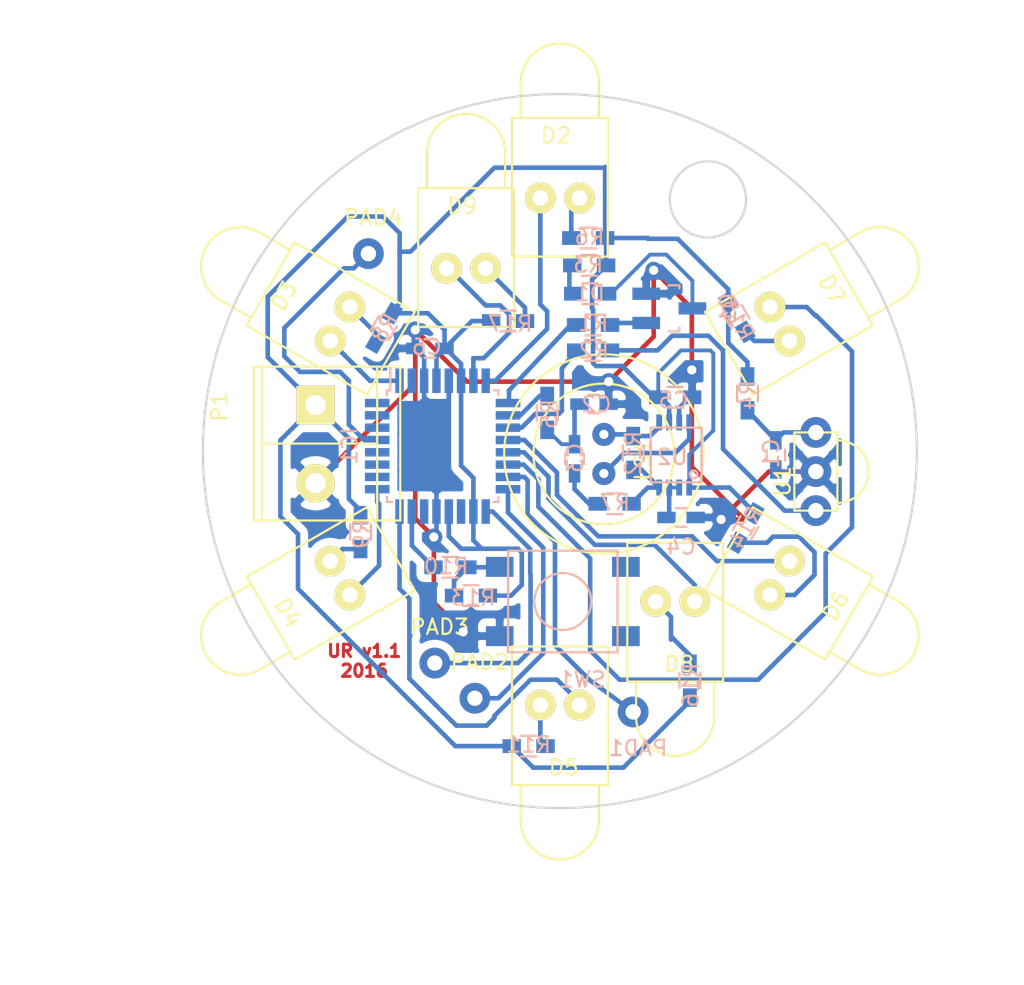
<source format=kicad_pcb>
(kicad_pcb (version 4) (host pcbnew 4.0.4+dfsg1-stable)

  (general
    (links 73)
    (no_connects 0)
    (area 126.746 84.0994 193.306701 148.107401)
    (thickness 1.6)
    (drawings 4)
    (tracks 329)
    (zones 0)
    (modules 43)
    (nets 50)
  )

  (page A4)
  (layers
    (0 F.Cu signal)
    (31 B.Cu signal)
    (32 B.Adhes user)
    (33 F.Adhes user)
    (34 B.Paste user)
    (35 F.Paste user)
    (36 B.SilkS user)
    (37 F.SilkS user)
    (38 B.Mask user)
    (39 F.Mask user)
    (40 Dwgs.User user)
    (41 Cmts.User user)
    (42 Eco1.User user)
    (43 Eco2.User user)
    (44 Edge.Cuts user)
    (45 Margin user)
    (46 B.CrtYd user)
    (47 F.CrtYd user)
    (48 B.Fab user)
    (49 F.Fab user)
  )

  (setup
    (last_trace_width 0.25)
    (user_trace_width 0.2)
    (user_trace_width 0.25)
    (user_trace_width 0.3)
    (trace_clearance 0.2)
    (zone_clearance 0.508)
    (zone_45_only no)
    (trace_min 0.2)
    (segment_width 0.2)
    (edge_width 0.15)
    (via_size 0.6)
    (via_drill 0.4)
    (via_min_size 0.4)
    (via_min_drill 0.3)
    (user_via 1.1 0.6)
    (uvia_size 0.3)
    (uvia_drill 0.1)
    (uvias_allowed no)
    (uvia_min_size 0.2)
    (uvia_min_drill 0.1)
    (pcb_text_width 0.3)
    (pcb_text_size 1.5 1.5)
    (mod_edge_width 0.15)
    (mod_text_size 1 1)
    (mod_text_width 0.15)
    (pad_size 1.524 1.524)
    (pad_drill 0.762)
    (pad_to_mask_clearance 0.2)
    (aux_axis_origin 163.1315 113.411)
    (visible_elements FFFFFFFF)
    (pcbplotparams
      (layerselection 0x3c000_80000001)
      (usegerberextensions true)
      (excludeedgelayer true)
      (linewidth 0.100000)
      (plotframeref false)
      (viasonmask false)
      (mode 1)
      (useauxorigin true)
      (hpglpennumber 1)
      (hpglpenspeed 20)
      (hpglpendiameter 15)
      (hpglpenoverlay 2)
      (psnegative false)
      (psa4output false)
      (plotreference true)
      (plotvalue true)
      (plotinvisibletext false)
      (padsonsilk false)
      (subtractmaskfromsilk false)
      (outputformat 1)
      (mirror false)
      (drillshape 0)
      (scaleselection 1)
      (outputdirectory Gerber/))
  )

  (net 0 "")
  (net 1 "Net-(C1-Pad1)")
  (net 2 GND)
  (net 3 "Net-(C2-Pad2)")
  (net 4 "Net-(C3-Pad1)")
  (net 5 "Net-(C4-Pad1)")
  (net 6 +5V)
  (net 7 "Net-(D1-Pad1)")
  (net 8 "Net-(D1-Pad2)")
  (net 9 "Net-(D2-Pad2)")
  (net 10 "Net-(D3-Pad2)")
  (net 11 "Net-(D4-Pad2)")
  (net 12 "Net-(D5-Pad2)")
  (net 13 "Net-(D6-Pad2)")
  (net 14 "Net-(D7-Pad2)")
  (net 15 "Net-(D9-Pad2)")
  (net 16 /BTN0)
  (net 17 "Net-(IC1-Pad2)")
  (net 18 /IRLED)
  (net 19 /IR_REC)
  (net 20 /AUDIO)
  (net 21 /MOSI)
  (net 22 /MISO)
  (net 23 /SCK)
  (net 24 "Net-(IC1-Pad19)")
  (net 25 "Net-(IC1-Pad22)")
  (net 26 /~RESET)
  (net 27 "Net-(IC1-Pad32)")
  (net 28 "Net-(LS1-Pad1)")
  (net 29 "Net-(LS1-Pad2)")
  (net 30 "Net-(Q1-Pad1)")
  (net 31 "Net-(R2-Pad2)")
  (net 32 "Net-(R12-Pad1)")
  (net 33 "Net-(R10-Pad1)")
  (net 34 "Net-(D8-Pad2)")
  (net 35 "Net-(SW1-Pad3)")
  (net 36 "Net-(SW1-Pad1)")
  (net 37 /LED0)
  (net 38 /LED1)
  (net 39 /LED2)
  (net 40 /LED3)
  (net 41 /LED4)
  (net 42 /LED5)
  (net 43 /LED6)
  (net 44 /LED7)
  (net 45 "Net-(IC1-Pad27)")
  (net 46 "Net-(IC1-Pad30)")
  (net 47 "Net-(IC1-Pad31)")
  (net 48 "Net-(IC1-Pad26)")
  (net 49 "Net-(IC1-Pad28)")

  (net_class Default "This is the default net class."
    (clearance 0.2)
    (trace_width 0.25)
    (via_dia 0.6)
    (via_drill 0.4)
    (uvia_dia 0.3)
    (uvia_drill 0.1)
    (add_net +5V)
    (add_net /AUDIO)
    (add_net /BTN0)
    (add_net /IRLED)
    (add_net /IR_REC)
    (add_net /LED0)
    (add_net /LED1)
    (add_net /LED2)
    (add_net /LED3)
    (add_net /LED4)
    (add_net /LED5)
    (add_net /LED6)
    (add_net /LED7)
    (add_net /MISO)
    (add_net /MOSI)
    (add_net /SCK)
    (add_net /~RESET)
    (add_net GND)
    (add_net "Net-(C1-Pad1)")
    (add_net "Net-(C2-Pad2)")
    (add_net "Net-(C3-Pad1)")
    (add_net "Net-(C4-Pad1)")
    (add_net "Net-(D1-Pad1)")
    (add_net "Net-(D1-Pad2)")
    (add_net "Net-(D2-Pad2)")
    (add_net "Net-(D3-Pad2)")
    (add_net "Net-(D4-Pad2)")
    (add_net "Net-(D5-Pad2)")
    (add_net "Net-(D6-Pad2)")
    (add_net "Net-(D7-Pad2)")
    (add_net "Net-(D8-Pad2)")
    (add_net "Net-(D9-Pad2)")
    (add_net "Net-(IC1-Pad19)")
    (add_net "Net-(IC1-Pad2)")
    (add_net "Net-(IC1-Pad22)")
    (add_net "Net-(IC1-Pad26)")
    (add_net "Net-(IC1-Pad27)")
    (add_net "Net-(IC1-Pad28)")
    (add_net "Net-(IC1-Pad30)")
    (add_net "Net-(IC1-Pad31)")
    (add_net "Net-(IC1-Pad32)")
    (add_net "Net-(LS1-Pad1)")
    (add_net "Net-(LS1-Pad2)")
    (add_net "Net-(Q1-Pad1)")
    (add_net "Net-(R10-Pad1)")
    (add_net "Net-(R12-Pad1)")
    (add_net "Net-(R2-Pad2)")
    (add_net "Net-(SW1-Pad1)")
    (add_net "Net-(SW1-Pad3)")
  )

  (module LED_okrasek:PAD (layer F.Cu) (tedit 584F1E61) (tstamp 584E86E1)
    (at 150.6855 100.584)
    (path /584E5D35)
    (fp_text reference PAD4 (at 0.3175 -2.3495) (layer F.SilkS)
      (effects (font (size 1 1) (thickness 0.15)))
    )
    (fp_text value PAD (at 0.127 2.032) (layer F.Fab)
      (effects (font (size 1 1) (thickness 0.15)))
    )
    (pad 1 thru_hole circle (at 0 0) (size 2 2) (drill 1) (layers *.Cu *.Mask)
      (net 26 /~RESET))
  )

  (module LED_okrasek:LED_0_1inch locked (layer F.Cu) (tedit 57C3030F) (tstamp 584E8086)
    (at 148.844 105.156 60)
    (path /584CA00E)
    (fp_text reference D3 (at -0.254 -4.064 60) (layer F.SilkS)
      (effects (font (size 1 1) (thickness 0.15)))
    )
    (fp_text value LED_Small (at -4.318 -0.762 150) (layer F.Fab)
      (effects (font (size 1 1) (thickness 0.15)))
    )
    (fp_line (start 2.54 -7.62) (end 2.54 -5.207) (layer F.SilkS) (width 0.15))
    (fp_line (start -2.54 -5.207) (end -2.54 -7.62) (layer F.SilkS) (width 0.15))
    (fp_arc (start 0 -7.493) (end -2.54 -7.493) (angle 180) (layer F.SilkS) (width 0.15))
    (fp_line (start -3.1115 3.81) (end -3.1115 -5.207) (layer F.SilkS) (width 0.15))
    (fp_line (start -3.1115 -5.207) (end 3.1115 -5.207) (layer F.SilkS) (width 0.15))
    (fp_line (start 3.1115 3.81) (end 3.1115 -5.207) (layer F.SilkS) (width 0.15))
    (fp_line (start 3.1115 3.81) (end -3.1115 3.81) (layer F.SilkS) (width 0.15))
    (pad 1 thru_hole circle (at -1.27 0 60) (size 2 2) (drill 1) (layers *.Cu *.Mask F.SilkS)
      (net 38 /LED1))
    (pad 2 thru_hole circle (at 1.27 0 60) (size 2 2) (drill 1) (layers *.Cu *.Mask F.SilkS)
      (net 10 "Net-(D3-Pad2)"))
  )

  (module LED_okrasek:R_0603_HandSoldering (layer B.Cu) (tedit 585C575F) (tstamp 584EC996)
    (at 162.306 110.9345 270)
    (descr "Resistor SMD 0603, hand soldering")
    (tags "resistor 0603")
    (path /584C91FB)
    (attr smd)
    (fp_text reference R5 (at 0.07112 -0.13716 270) (layer B.SilkS)
      (effects (font (size 1 1) (thickness 0.15)) (justify mirror))
    )
    (fp_text value 220 (at 0.15494 -0.08128 270) (layer B.Fab)
      (effects (font (size 1 1) (thickness 0.15)) (justify mirror))
    )
    (fp_line (start -2 0.8) (end 2 0.8) (layer B.CrtYd) (width 0.05))
    (fp_line (start -2 -0.8) (end 2 -0.8) (layer B.CrtYd) (width 0.05))
    (fp_line (start -2 0.8) (end -2 -0.8) (layer B.CrtYd) (width 0.05))
    (fp_line (start 2 0.8) (end 2 -0.8) (layer B.CrtYd) (width 0.05))
    (fp_line (start 0.5 -0.675) (end -0.5 -0.675) (layer B.SilkS) (width 0.15))
    (fp_line (start -0.5 0.675) (end 0.5 0.675) (layer B.SilkS) (width 0.15))
    (pad 1 smd rect (at -1.1 0 270) (size 1.2 0.9) (layers B.Cu B.Paste B.Mask)
      (net 20 /AUDIO))
    (pad 2 smd rect (at 1.1 0 270) (size 1.2 0.9) (layers B.Cu B.Paste B.Mask)
      (net 3 "Net-(C2-Pad2)"))
    (model Resistors_SMD.3dshapes/R_0603_HandSoldering.wrl
      (at (xyz 0 0 0))
      (scale (xyz 1 1 1))
      (rotate (xyz 0 0 0))
    )
  )

  (module LED_okrasek:Speaker (layer F.Cu) (tedit 584D238D) (tstamp 584E8106)
    (at 165.989 113.6015 270)
    (path /584C731D)
    (fp_text reference LS1 (at 0.381 -2.54 270) (layer F.SilkS)
      (effects (font (size 1 1) (thickness 0.15)))
    )
    (fp_text value speaker (at 0.508 2.667 270) (layer F.Fab)
      (effects (font (size 1 1) (thickness 0.15)))
    )
    (fp_circle (center 0 0) (end 6.477 0) (layer F.SilkS) (width 0.15))
    (fp_circle (center 0 0) (end 4.572 0) (layer F.SilkS) (width 0.15))
    (pad 1 thru_hole circle (at -1.27 0 270) (size 1.5 1.5) (drill 0.6) (layers *.Cu *.Mask)
      (net 28 "Net-(LS1-Pad1)"))
    (pad 2 thru_hole circle (at 1.27 0 270) (size 1.5 1.5) (drill 0.6) (layers *.Cu *.Mask)
      (net 29 "Net-(LS1-Pad2)"))
  )

  (module LED_okrasek:CONN_2x1x5.08 (layer F.Cu) (tedit 57BE0B79) (tstamp 584E8115)
    (at 147.2565 110.4265 270)
    (path /584CAF40)
    (fp_text reference P1 (at 0.1 6.25 270) (layer F.SilkS)
      (effects (font (size 1 1) (thickness 0.15)))
    )
    (fp_text value CONN_01X02 (at 1.1 -7.4 270) (layer F.Fab)
      (effects (font (size 1 1) (thickness 0.15)))
    )
    (fp_line (start 2.5 -4) (end 2.5 3.5) (layer F.SilkS) (width 0.15))
    (fp_line (start -2.5 3.5) (end 7.5 3.5) (layer F.SilkS) (width 0.15))
    (fp_line (start -2.5 -4) (end 7.5 -4) (layer F.SilkS) (width 0.15))
    (fp_line (start -2.5 0) (end -2.5 4) (layer F.SilkS) (width 0.15))
    (fp_line (start -2.5 4) (end 7.5 4) (layer F.SilkS) (width 0.15))
    (fp_line (start 7.5 4) (end 7.5 0) (layer F.SilkS) (width 0.15))
    (fp_line (start 7.5 0) (end 7.5 -5.5) (layer F.SilkS) (width 0.15))
    (fp_line (start 7.5 -5.5) (end -2.5 -5.5) (layer F.SilkS) (width 0.15))
    (fp_line (start -2.5 -5.5) (end -2.5 0) (layer F.SilkS) (width 0.15))
    (pad 1 thru_hole rect (at 0 0 270) (size 2.5 2.5) (drill 1.3) (layers *.Cu *.Mask F.SilkS)
      (net 6 +5V))
    (pad 2 thru_hole circle (at 5.08 0 270) (size 2.5 2.5) (drill 1.3) (layers *.Cu *.Mask F.SilkS)
      (net 2 GND))
  )

  (module LED_okrasek:LED_0_1inch locked (layer F.Cu) (tedit 57C3030F) (tstamp 584E8079)
    (at 163.1315 96.9645)
    (path /584C9F47)
    (fp_text reference D2 (at -0.254 -4.064) (layer F.SilkS)
      (effects (font (size 1 1) (thickness 0.15)))
    )
    (fp_text value LED_Small (at -4.318 -0.762 90) (layer F.Fab)
      (effects (font (size 1 1) (thickness 0.15)))
    )
    (fp_line (start 2.54 -7.62) (end 2.54 -5.207) (layer F.SilkS) (width 0.15))
    (fp_line (start -2.54 -5.207) (end -2.54 -7.62) (layer F.SilkS) (width 0.15))
    (fp_arc (start 0 -7.493) (end -2.54 -7.493) (angle 180) (layer F.SilkS) (width 0.15))
    (fp_line (start -3.1115 3.81) (end -3.1115 -5.207) (layer F.SilkS) (width 0.15))
    (fp_line (start -3.1115 -5.207) (end 3.1115 -5.207) (layer F.SilkS) (width 0.15))
    (fp_line (start 3.1115 3.81) (end 3.1115 -5.207) (layer F.SilkS) (width 0.15))
    (fp_line (start 3.1115 3.81) (end -3.1115 3.81) (layer F.SilkS) (width 0.15))
    (pad 1 thru_hole circle (at -1.27 0) (size 2 2) (drill 1) (layers *.Cu *.Mask F.SilkS)
      (net 37 /LED0))
    (pad 2 thru_hole circle (at 1.27 0) (size 2 2) (drill 1) (layers *.Cu *.Mask F.SilkS)
      (net 9 "Net-(D2-Pad2)"))
  )

  (module LED_okrasek:LED_0_1inch locked (layer F.Cu) (tedit 57C3030F) (tstamp 584E8093)
    (at 148.844 121.666 120)
    (path /584CA086)
    (fp_text reference D4 (at -0.254 -4.064 120) (layer F.SilkS)
      (effects (font (size 1 1) (thickness 0.15)))
    )
    (fp_text value LED_Small (at -4.318 -0.762 210) (layer F.Fab)
      (effects (font (size 1 1) (thickness 0.15)))
    )
    (fp_line (start 2.54 -7.62) (end 2.54 -5.207) (layer F.SilkS) (width 0.15))
    (fp_line (start -2.54 -5.207) (end -2.54 -7.62) (layer F.SilkS) (width 0.15))
    (fp_arc (start 0 -7.493) (end -2.54 -7.493) (angle 180) (layer F.SilkS) (width 0.15))
    (fp_line (start -3.1115 3.81) (end -3.1115 -5.207) (layer F.SilkS) (width 0.15))
    (fp_line (start -3.1115 -5.207) (end 3.1115 -5.207) (layer F.SilkS) (width 0.15))
    (fp_line (start 3.1115 3.81) (end 3.1115 -5.207) (layer F.SilkS) (width 0.15))
    (fp_line (start 3.1115 3.81) (end -3.1115 3.81) (layer F.SilkS) (width 0.15))
    (pad 1 thru_hole circle (at -1.27 0 120) (size 2 2) (drill 1) (layers *.Cu *.Mask F.SilkS)
      (net 39 /LED2))
    (pad 2 thru_hole circle (at 1.27 0 120) (size 2 2) (drill 1) (layers *.Cu *.Mask F.SilkS)
      (net 11 "Net-(D4-Pad2)"))
  )

  (module LED_okrasek:LED_0_1inch locked (layer F.Cu) (tedit 57C3030F) (tstamp 584E80A0)
    (at 163.1315 129.921 180)
    (path /584CA0C7)
    (fp_text reference D5 (at -0.254 -4.064 180) (layer F.SilkS)
      (effects (font (size 1 1) (thickness 0.15)))
    )
    (fp_text value LED_Small (at -4.318 -0.762 270) (layer F.Fab)
      (effects (font (size 1 1) (thickness 0.15)))
    )
    (fp_line (start 2.54 -7.62) (end 2.54 -5.207) (layer F.SilkS) (width 0.15))
    (fp_line (start -2.54 -5.207) (end -2.54 -7.62) (layer F.SilkS) (width 0.15))
    (fp_arc (start 0 -7.493) (end -2.54 -7.493) (angle 180) (layer F.SilkS) (width 0.15))
    (fp_line (start -3.1115 3.81) (end -3.1115 -5.207) (layer F.SilkS) (width 0.15))
    (fp_line (start -3.1115 -5.207) (end 3.1115 -5.207) (layer F.SilkS) (width 0.15))
    (fp_line (start 3.1115 3.81) (end 3.1115 -5.207) (layer F.SilkS) (width 0.15))
    (fp_line (start 3.1115 3.81) (end -3.1115 3.81) (layer F.SilkS) (width 0.15))
    (pad 1 thru_hole circle (at -1.27 0 180) (size 2 2) (drill 1) (layers *.Cu *.Mask F.SilkS)
      (net 40 /LED3))
    (pad 2 thru_hole circle (at 1.27 0 180) (size 2 2) (drill 1) (layers *.Cu *.Mask F.SilkS)
      (net 12 "Net-(D5-Pad2)"))
  )

  (module LED_okrasek:LED_0_1inch locked (layer F.Cu) (tedit 57C3030F) (tstamp 584E80AD)
    (at 177.419 121.666 240)
    (path /584CA158)
    (fp_text reference D6 (at -0.254 -4.064 240) (layer F.SilkS)
      (effects (font (size 1 1) (thickness 0.15)))
    )
    (fp_text value LED_Small (at -4.318 -0.762 330) (layer F.Fab)
      (effects (font (size 1 1) (thickness 0.15)))
    )
    (fp_line (start 2.54 -7.62) (end 2.54 -5.207) (layer F.SilkS) (width 0.15))
    (fp_line (start -2.54 -5.207) (end -2.54 -7.62) (layer F.SilkS) (width 0.15))
    (fp_arc (start 0 -7.493) (end -2.54 -7.493) (angle 180) (layer F.SilkS) (width 0.15))
    (fp_line (start -3.1115 3.81) (end -3.1115 -5.207) (layer F.SilkS) (width 0.15))
    (fp_line (start -3.1115 -5.207) (end 3.1115 -5.207) (layer F.SilkS) (width 0.15))
    (fp_line (start 3.1115 3.81) (end 3.1115 -5.207) (layer F.SilkS) (width 0.15))
    (fp_line (start 3.1115 3.81) (end -3.1115 3.81) (layer F.SilkS) (width 0.15))
    (pad 1 thru_hole circle (at -1.27 0 240) (size 2 2) (drill 1) (layers *.Cu *.Mask F.SilkS)
      (net 41 /LED4))
    (pad 2 thru_hole circle (at 1.27 0 240) (size 2 2) (drill 1) (layers *.Cu *.Mask F.SilkS)
      (net 13 "Net-(D6-Pad2)"))
  )

  (module LED_okrasek:LED_0_1inch locked (layer F.Cu) (tedit 57C3030F) (tstamp 584E80BA)
    (at 177.419 105.156 300)
    (path /584CA19E)
    (fp_text reference D7 (at -0.254 -4.064 300) (layer F.SilkS)
      (effects (font (size 1 1) (thickness 0.15)))
    )
    (fp_text value LED_Small (at -4.318 -0.762 390) (layer F.Fab)
      (effects (font (size 1 1) (thickness 0.15)))
    )
    (fp_line (start 2.54 -7.62) (end 2.54 -5.207) (layer F.SilkS) (width 0.15))
    (fp_line (start -2.54 -5.207) (end -2.54 -7.62) (layer F.SilkS) (width 0.15))
    (fp_arc (start 0 -7.493) (end -2.54 -7.493) (angle 180) (layer F.SilkS) (width 0.15))
    (fp_line (start -3.1115 3.81) (end -3.1115 -5.207) (layer F.SilkS) (width 0.15))
    (fp_line (start -3.1115 -5.207) (end 3.1115 -5.207) (layer F.SilkS) (width 0.15))
    (fp_line (start 3.1115 3.81) (end 3.1115 -5.207) (layer F.SilkS) (width 0.15))
    (fp_line (start 3.1115 3.81) (end -3.1115 3.81) (layer F.SilkS) (width 0.15))
    (pad 1 thru_hole circle (at -1.27 0 300) (size 2 2) (drill 1) (layers *.Cu *.Mask F.SilkS)
      (net 42 /LED5))
    (pad 2 thru_hole circle (at 1.27 0 300) (size 2 2) (drill 1) (layers *.Cu *.Mask F.SilkS)
      (net 14 "Net-(D7-Pad2)"))
  )

  (module LED_okrasek:LED_0_1inch (layer F.Cu) (tedit 57C3030F) (tstamp 584E80C7)
    (at 157.0355 101.5365)
    (path /584CA111)
    (fp_text reference D9 (at -0.254 -4.064) (layer F.SilkS)
      (effects (font (size 1 1) (thickness 0.15)))
    )
    (fp_text value LED_Small (at -4.318 -0.762 90) (layer F.Fab)
      (effects (font (size 1 1) (thickness 0.15)))
    )
    (fp_line (start 2.54 -7.62) (end 2.54 -5.207) (layer F.SilkS) (width 0.15))
    (fp_line (start -2.54 -5.207) (end -2.54 -7.62) (layer F.SilkS) (width 0.15))
    (fp_arc (start 0 -7.493) (end -2.54 -7.493) (angle 180) (layer F.SilkS) (width 0.15))
    (fp_line (start -3.1115 3.81) (end -3.1115 -5.207) (layer F.SilkS) (width 0.15))
    (fp_line (start -3.1115 -5.207) (end 3.1115 -5.207) (layer F.SilkS) (width 0.15))
    (fp_line (start 3.1115 3.81) (end 3.1115 -5.207) (layer F.SilkS) (width 0.15))
    (fp_line (start 3.1115 3.81) (end -3.1115 3.81) (layer F.SilkS) (width 0.15))
    (pad 1 thru_hole circle (at -1.27 0) (size 2 2) (drill 1) (layers *.Cu *.Mask F.SilkS)
      (net 44 /LED7))
    (pad 2 thru_hole circle (at 1.27 0) (size 2 2) (drill 1) (layers *.Cu *.Mask F.SilkS)
      (net 15 "Net-(D9-Pad2)"))
  )

  (module LED_okrasek:TQFP-32_7x7mm_Pitch0.8mm (layer B.Cu) (tedit 584EC42F) (tstamp 584E80FE)
    (at 155.5115 113.0935 270)
    (descr "32-Lead Plastic Thin Quad Flatpack (PT) - 7x7x1.0 mm Body, 2.00 mm [TQFP] (see Microchip Packaging Specification 00000049BS.pdf)")
    (tags "QFP 0.8")
    (path /584C7A2C)
    (attr smd)
    (fp_text reference IC1 (at 0 6.05 270) (layer B.SilkS)
      (effects (font (size 1 1) (thickness 0.15)) (justify mirror))
    )
    (fp_text value ATMEGA328-A (at 0 -6.05 270) (layer B.Fab)
      (effects (font (size 1 1) (thickness 0.15)) (justify mirror))
    )
    (fp_text user %R (at -0.1905 0.8255 360) (layer B.Fab)
      (effects (font (size 1 1) (thickness 0.15)) (justify mirror))
    )
    (fp_line (start -2.5 3.5) (end 3.5 3.5) (layer B.Fab) (width 0.15))
    (fp_line (start 3.5 3.5) (end 3.5 -3.5) (layer B.Fab) (width 0.15))
    (fp_line (start 3.5 -3.5) (end -3.5 -3.5) (layer B.Fab) (width 0.15))
    (fp_line (start -3.5 -3.5) (end -3.5 2.5) (layer B.Fab) (width 0.15))
    (fp_line (start -3.5 2.5) (end -2.5 3.5) (layer B.Fab) (width 0.15))
    (fp_line (start -5.3 5.3) (end -5.3 -5.3) (layer B.CrtYd) (width 0.05))
    (fp_line (start 5.3 5.3) (end 5.3 -5.3) (layer B.CrtYd) (width 0.05))
    (fp_line (start -5.3 5.3) (end 5.3 5.3) (layer B.CrtYd) (width 0.05))
    (fp_line (start -5.3 -5.3) (end 5.3 -5.3) (layer B.CrtYd) (width 0.05))
    (fp_line (start -3.625 3.625) (end -3.625 3.4) (layer B.SilkS) (width 0.15))
    (fp_line (start 3.625 3.625) (end 3.625 3.3) (layer B.SilkS) (width 0.15))
    (fp_line (start 3.625 -3.625) (end 3.625 -3.3) (layer B.SilkS) (width 0.15))
    (fp_line (start -3.625 -3.625) (end -3.625 -3.3) (layer B.SilkS) (width 0.15))
    (fp_line (start -3.625 3.625) (end -3.3 3.625) (layer B.SilkS) (width 0.15))
    (fp_line (start -3.625 -3.625) (end -3.3 -3.625) (layer B.SilkS) (width 0.15))
    (fp_line (start 3.625 -3.625) (end 3.3 -3.625) (layer B.SilkS) (width 0.15))
    (fp_line (start 3.625 3.625) (end 3.3 3.625) (layer B.SilkS) (width 0.15))
    (fp_line (start -3.625 3.4) (end -5.05 3.4) (layer B.SilkS) (width 0.15))
    (pad 1 smd rect (at -4.25 2.8 270) (size 1.6 0.55) (layers B.Cu B.Paste B.Mask)
      (net 38 /LED1))
    (pad 2 smd rect (at -4.25 2 270) (size 1.6 0.55) (layers B.Cu B.Paste B.Mask)
      (net 17 "Net-(IC1-Pad2)"))
    (pad 3 smd rect (at -4.25 1.2 270) (size 1.6 0.55) (layers B.Cu B.Paste B.Mask)
      (net 2 GND))
    (pad 4 smd rect (at -4.25 0.4 270) (size 1.6 0.55) (layers B.Cu B.Paste B.Mask)
      (net 6 +5V))
    (pad 5 smd rect (at -4.25 -0.4 270) (size 1.6 0.55) (layers B.Cu B.Paste B.Mask)
      (net 2 GND))
    (pad 6 smd rect (at -4.25 -1.2 270) (size 1.6 0.55) (layers B.Cu B.Paste B.Mask)
      (net 6 +5V))
    (pad 7 smd rect (at -4.25 -2 270) (size 1.6 0.55) (layers B.Cu B.Paste B.Mask)
      (net 44 /LED7))
    (pad 8 smd rect (at -4.25 -2.8 270) (size 1.6 0.55) (layers B.Cu B.Paste B.Mask)
      (net 37 /LED0))
    (pad 9 smd rect (at -2.8 -4.25 180) (size 1.6 0.55) (layers B.Cu B.Paste B.Mask)
      (net 18 /IRLED))
    (pad 10 smd rect (at -2 -4.25 180) (size 1.6 0.55) (layers B.Cu B.Paste B.Mask)
      (net 20 /AUDIO))
    (pad 11 smd rect (at -1.2 -4.25 180) (size 1.6 0.55) (layers B.Cu B.Paste B.Mask)
      (net 19 /IR_REC))
    (pad 12 smd rect (at -0.4 -4.25 180) (size 1.6 0.55) (layers B.Cu B.Paste B.Mask)
      (net 41 /LED4))
    (pad 13 smd rect (at 0.4 -4.25 180) (size 1.6 0.55) (layers B.Cu B.Paste B.Mask)
      (net 43 /LED6))
    (pad 14 smd rect (at 1.2 -4.25 180) (size 1.6 0.55) (layers B.Cu B.Paste B.Mask)
      (net 42 /LED5))
    (pad 15 smd rect (at 2 -4.25 180) (size 1.6 0.55) (layers B.Cu B.Paste B.Mask)
      (net 21 /MOSI))
    (pad 16 smd rect (at 2.8 -4.25 180) (size 1.6 0.55) (layers B.Cu B.Paste B.Mask)
      (net 22 /MISO))
    (pad 17 smd rect (at 4.25 -2.8 270) (size 1.6 0.55) (layers B.Cu B.Paste B.Mask)
      (net 23 /SCK))
    (pad 18 smd rect (at 4.25 -2 270) (size 1.6 0.55) (layers B.Cu B.Paste B.Mask)
      (net 6 +5V))
    (pad 19 smd rect (at 4.25 -1.2 270) (size 1.6 0.55) (layers B.Cu B.Paste B.Mask)
      (net 24 "Net-(IC1-Pad19)"))
    (pad 20 smd rect (at 4.25 -0.4 270) (size 1.6 0.55) (layers B.Cu B.Paste B.Mask)
      (net 6 +5V))
    (pad 21 smd rect (at 4.25 0.4 270) (size 1.6 0.55) (layers B.Cu B.Paste B.Mask)
      (net 2 GND))
    (pad 22 smd rect (at 4.25 1.2 270) (size 1.6 0.55) (layers B.Cu B.Paste B.Mask)
      (net 25 "Net-(IC1-Pad22)"))
    (pad 23 smd rect (at 4.25 2 270) (size 1.6 0.55) (layers B.Cu B.Paste B.Mask)
      (net 16 /BTN0))
    (pad 24 smd rect (at 4.25 2.8 270) (size 1.6 0.55) (layers B.Cu B.Paste B.Mask)
      (net 40 /LED3))
    (pad 25 smd rect (at 2.8 4.25 180) (size 1.6 0.55) (layers B.Cu B.Paste B.Mask)
      (net 39 /LED2))
    (pad 26 smd rect (at 2 4.25 180) (size 1.6 0.55) (layers B.Cu B.Paste B.Mask)
      (net 48 "Net-(IC1-Pad26)"))
    (pad 27 smd rect (at 1.2 4.25 180) (size 1.6 0.55) (layers B.Cu B.Paste B.Mask)
      (net 45 "Net-(IC1-Pad27)"))
    (pad 28 smd rect (at 0.4 4.25 180) (size 1.6 0.55) (layers B.Cu B.Paste B.Mask)
      (net 49 "Net-(IC1-Pad28)"))
    (pad 29 smd rect (at -0.4 4.25 180) (size 1.6 0.55) (layers B.Cu B.Paste B.Mask)
      (net 26 /~RESET))
    (pad 30 smd rect (at -1.2 4.25 180) (size 1.6 0.55) (layers B.Cu B.Paste B.Mask)
      (net 46 "Net-(IC1-Pad30)"))
    (pad 31 smd rect (at -2 4.25 180) (size 1.6 0.55) (layers B.Cu B.Paste B.Mask)
      (net 47 "Net-(IC1-Pad31)"))
    (pad 32 smd rect (at -2.8 4.25 180) (size 1.6 0.55) (layers B.Cu B.Paste B.Mask)
      (net 27 "Net-(IC1-Pad32)"))
    (model Housings_QFP.3dshapes/TQFP-32_7x7mm_Pitch0.8mm.wrl
      (at (xyz 0 0 0))
      (scale (xyz 1 1 1))
      (rotate (xyz 0 0 0))
    )
  )

  (module LED_okrasek:SOT-23_Handsoldering (layer B.Cu) (tedit 54E9291B) (tstamp 584E8120)
    (at 170.2435 104.14 90)
    (descr "SOT-23, Handsoldering")
    (tags SOT-23)
    (path /584D9F6D)
    (attr smd)
    (fp_text reference Q1 (at 0 3.81 90) (layer B.SilkS)
      (effects (font (size 1 1) (thickness 0.15)) (justify mirror))
    )
    (fp_text value Q_NPN_BEC (at 0 -3.81 90) (layer B.Fab)
      (effects (font (size 1 1) (thickness 0.15)) (justify mirror))
    )
    (fp_line (start -1.49982 -0.0508) (end -1.49982 0.65024) (layer B.SilkS) (width 0.15))
    (fp_line (start -1.49982 0.65024) (end -1.2509 0.65024) (layer B.SilkS) (width 0.15))
    (fp_line (start 1.29916 0.65024) (end 1.49982 0.65024) (layer B.SilkS) (width 0.15))
    (fp_line (start 1.49982 0.65024) (end 1.49982 -0.0508) (layer B.SilkS) (width 0.15))
    (pad 1 smd rect (at -0.95 -1.50114 90) (size 0.8001 1.80086) (layers B.Cu B.Paste B.Mask)
      (net 30 "Net-(Q1-Pad1)"))
    (pad 2 smd rect (at 0.95 -1.50114 90) (size 0.8001 1.80086) (layers B.Cu B.Paste B.Mask)
      (net 2 GND))
    (pad 3 smd rect (at 0 1.50114 90) (size 0.8001 1.80086) (layers B.Cu B.Paste B.Mask)
      (net 7 "Net-(D1-Pad1)"))
    (model TO_SOT_Packages_SMD.3dshapes/SOT-23_Handsoldering.wrl
      (at (xyz 0 0 0))
      (scale (xyz 1 1 1))
      (rotate (xyz 0 0 0))
    )
  )

  (module LED_okrasek:TSOP (layer F.Cu) (tedit 584E7BDF) (tstamp 584E8205)
    (at 179.7685 114.7445 90)
    (path /584E80DA)
    (fp_text reference U1 (at -0.635 -2.159 90) (layer F.SilkS)
      (effects (font (size 1 1) (thickness 0.15)))
    )
    (fp_text value IR_RECEIVER (at 0.127 2.286 90) (layer F.Fab)
      (effects (font (size 1 1) (thickness 0.15)))
    )
    (fp_arc (start 0 1.397) (end 2.032 1.397) (angle 180) (layer F.SilkS) (width 0.15))
    (fp_line (start -2.54 -1.397) (end -2.54 1.397) (layer F.SilkS) (width 0.15))
    (fp_line (start -2.54 1.397) (end 2.54 1.397) (layer F.SilkS) (width 0.15))
    (fp_line (start 2.54 1.397) (end 2.54 -1.397) (layer F.SilkS) (width 0.15))
    (fp_line (start 2.54 -1.397) (end -2.54 -1.397) (layer F.SilkS) (width 0.15))
    (pad 1 thru_hole circle (at -2.54 0 90) (size 2 2) (drill 1) (layers *.Cu *.Mask)
      (net 31 "Net-(R2-Pad2)"))
    (pad 2 thru_hole circle (at 0 0 90) (size 2 2) (drill 1) (layers *.Cu *.Mask)
      (net 2 GND))
    (pad 3 thru_hole circle (at 2.54 0 90) (size 2 2) (drill 1) (layers *.Cu *.Mask)
      (net 1 "Net-(C1-Pad1)"))
  )

  (module LED_okrasek:Micro8_SMD (layer B.Cu) (tedit 585C57BF) (tstamp 584E8216)
    (at 170.561 113.665 180)
    (path /584C7F0D)
    (fp_text reference U2 (at 0.127 -0.13462 180) (layer B.SilkS)
      (effects (font (size 1 1) (thickness 0.15)) (justify mirror))
    )
    (fp_text value NCP2890DMR2G (at 0.32258 -0.38608 180) (layer B.Fab)
      (effects (font (size 1 1) (thickness 0.15)) (justify mirror))
    )
    (fp_circle (center -1.27 -1.27) (end -1.016 -1.27) (layer B.SilkS) (width 0.15))
    (fp_line (start -1.778 1.778) (end -1.778 -1.778) (layer B.SilkS) (width 0.15))
    (fp_line (start -1.778 -1.778) (end 1.524 -1.778) (layer B.SilkS) (width 0.15))
    (fp_line (start 1.524 -1.778) (end 1.524 1.778) (layer B.SilkS) (width 0.15))
    (fp_line (start 1.524 1.778) (end -1.778 1.778) (layer B.SilkS) (width 0.15))
    (pad 1 smd rect (at -0.975 -2.12 180) (size 0.381 1.04) (layers B.Cu B.Paste B.Mask)
      (net 6 +5V))
    (pad 2 smd rect (at -0.325 -2.12 180) (size 0.381 1.04) (layers B.Cu B.Paste B.Mask)
      (net 5 "Net-(C4-Pad1)"))
    (pad 3 smd rect (at 0.325 -2.12 180) (size 0.381 1.04) (layers B.Cu B.Paste B.Mask)
      (net 5 "Net-(C4-Pad1)"))
    (pad 4 smd rect (at 0.975 -2.12 180) (size 0.381 1.04) (layers B.Cu B.Paste B.Mask)
      (net 32 "Net-(R12-Pad1)"))
    (pad 5 smd rect (at 0.975 2.12 180) (size 0.381 1.04) (layers B.Cu B.Paste B.Mask)
      (net 28 "Net-(LS1-Pad1)"))
    (pad 6 smd rect (at 0.325 2.12 180) (size 0.381 1.04) (layers B.Cu B.Paste B.Mask)
      (net 6 +5V))
    (pad 7 smd rect (at -0.325 2.12 180) (size 0.381 1.04) (layers B.Cu B.Paste B.Mask)
      (net 2 GND))
    (pad 8 smd rect (at -0.975 2.12 180) (size 0.381 1.04) (layers B.Cu B.Paste B.Mask)
      (net 29 "Net-(LS1-Pad2)"))
  )

  (module LED_okrasek:LED_0_1inch (layer F.Cu) (tedit 57C3030F) (tstamp 584E86CD)
    (at 170.6245 123.19 180)
    (path /584CA1E9)
    (fp_text reference D8 (at -0.254 -4.064 180) (layer F.SilkS)
      (effects (font (size 1 1) (thickness 0.15)))
    )
    (fp_text value LED_Small (at -4.318 -0.762 270) (layer F.Fab)
      (effects (font (size 1 1) (thickness 0.15)))
    )
    (fp_line (start 2.54 -7.62) (end 2.54 -5.207) (layer F.SilkS) (width 0.15))
    (fp_line (start -2.54 -5.207) (end -2.54 -7.62) (layer F.SilkS) (width 0.15))
    (fp_arc (start 0 -7.493) (end -2.54 -7.493) (angle 180) (layer F.SilkS) (width 0.15))
    (fp_line (start -3.1115 3.81) (end -3.1115 -5.207) (layer F.SilkS) (width 0.15))
    (fp_line (start -3.1115 -5.207) (end 3.1115 -5.207) (layer F.SilkS) (width 0.15))
    (fp_line (start 3.1115 3.81) (end 3.1115 -5.207) (layer F.SilkS) (width 0.15))
    (fp_line (start 3.1115 3.81) (end -3.1115 3.81) (layer F.SilkS) (width 0.15))
    (pad 1 thru_hole circle (at -1.27 0 180) (size 2 2) (drill 1) (layers *.Cu *.Mask F.SilkS)
      (net 43 /LED6))
    (pad 2 thru_hole circle (at 1.27 0 180) (size 2 2) (drill 1) (layers *.Cu *.Mask F.SilkS)
      (net 34 "Net-(D8-Pad2)"))
  )

  (module LED_okrasek:C_0603_HandSoldering (layer B.Cu) (tedit 585C57E6) (tstamp 584EC933)
    (at 177.165 113.665 270)
    (descr "Capacitor SMD 0603, hand soldering")
    (tags "capacitor 0603")
    (path /584E8233)
    (attr smd)
    (fp_text reference C1 (at -0.0889 0.3048 270) (layer B.SilkS)
      (effects (font (size 1 1) (thickness 0.15)) (justify mirror))
    )
    (fp_text value 1u (at -0.127 0.0381 270) (layer B.Fab)
      (effects (font (size 1 1) (thickness 0.15)) (justify mirror))
    )
    (fp_line (start -1.85 0.75) (end 1.85 0.75) (layer B.CrtYd) (width 0.05))
    (fp_line (start -1.85 -0.75) (end 1.85 -0.75) (layer B.CrtYd) (width 0.05))
    (fp_line (start -1.85 0.75) (end -1.85 -0.75) (layer B.CrtYd) (width 0.05))
    (fp_line (start 1.85 0.75) (end 1.85 -0.75) (layer B.CrtYd) (width 0.05))
    (fp_line (start -0.35 0.6) (end 0.35 0.6) (layer B.SilkS) (width 0.15))
    (fp_line (start 0.35 -0.6) (end -0.35 -0.6) (layer B.SilkS) (width 0.15))
    (pad 1 smd rect (at -0.95 0 270) (size 1.2 0.75) (layers B.Cu B.Paste B.Mask)
      (net 1 "Net-(C1-Pad1)"))
    (pad 2 smd rect (at 0.95 0 270) (size 1.2 0.75) (layers B.Cu B.Paste B.Mask)
      (net 2 GND))
    (model Capacitors_SMD.3dshapes/C_0603_HandSoldering.wrl
      (at (xyz 0 0 0))
      (scale (xyz 1 1 1))
      (rotate (xyz 0 0 0))
    )
  )

  (module LED_okrasek:C_0603_HandSoldering (layer B.Cu) (tedit 585C574D) (tstamp 584EC93E)
    (at 165.354 110.363 180)
    (descr "Capacitor SMD 0603, hand soldering")
    (tags "capacitor 0603")
    (path /584C91B5)
    (attr smd)
    (fp_text reference C2 (at -0.1524 -0.01524 180) (layer B.SilkS)
      (effects (font (size 1 1) (thickness 0.15)) (justify mirror))
    )
    (fp_text value 100n (at 0.11176 0.20828 180) (layer B.Fab)
      (effects (font (size 1 1) (thickness 0.15)) (justify mirror))
    )
    (fp_line (start -1.85 0.75) (end 1.85 0.75) (layer B.CrtYd) (width 0.05))
    (fp_line (start -1.85 -0.75) (end 1.85 -0.75) (layer B.CrtYd) (width 0.05))
    (fp_line (start -1.85 0.75) (end -1.85 -0.75) (layer B.CrtYd) (width 0.05))
    (fp_line (start 1.85 0.75) (end 1.85 -0.75) (layer B.CrtYd) (width 0.05))
    (fp_line (start -0.35 0.6) (end 0.35 0.6) (layer B.SilkS) (width 0.15))
    (fp_line (start 0.35 -0.6) (end -0.35 -0.6) (layer B.SilkS) (width 0.15))
    (pad 1 smd rect (at -0.95 0 180) (size 1.2 0.75) (layers B.Cu B.Paste B.Mask)
      (net 2 GND))
    (pad 2 smd rect (at 0.95 0 180) (size 1.2 0.75) (layers B.Cu B.Paste B.Mask)
      (net 3 "Net-(C2-Pad2)"))
    (model Capacitors_SMD.3dshapes/C_0603_HandSoldering.wrl
      (at (xyz 0 0 0))
      (scale (xyz 1 1 1))
      (rotate (xyz 0 0 0))
    )
  )

  (module LED_okrasek:C_0603_HandSoldering (layer B.Cu) (tedit 541A9B4D) (tstamp 584EC949)
    (at 171.0055 117.729)
    (descr "Capacitor SMD 0603, hand soldering")
    (tags "capacitor 0603")
    (path /584C7FD9)
    (attr smd)
    (fp_text reference C4 (at 0 1.9) (layer B.SilkS)
      (effects (font (size 1 1) (thickness 0.15)) (justify mirror))
    )
    (fp_text value 1u (at 0 -1.9) (layer B.Fab)
      (effects (font (size 1 1) (thickness 0.15)) (justify mirror))
    )
    (fp_line (start -1.85 0.75) (end 1.85 0.75) (layer B.CrtYd) (width 0.05))
    (fp_line (start -1.85 -0.75) (end 1.85 -0.75) (layer B.CrtYd) (width 0.05))
    (fp_line (start -1.85 0.75) (end -1.85 -0.75) (layer B.CrtYd) (width 0.05))
    (fp_line (start 1.85 0.75) (end 1.85 -0.75) (layer B.CrtYd) (width 0.05))
    (fp_line (start -0.35 0.6) (end 0.35 0.6) (layer B.SilkS) (width 0.15))
    (fp_line (start 0.35 -0.6) (end -0.35 -0.6) (layer B.SilkS) (width 0.15))
    (pad 1 smd rect (at -0.95 0) (size 1.2 0.75) (layers B.Cu B.Paste B.Mask)
      (net 5 "Net-(C4-Pad1)"))
    (pad 2 smd rect (at 0.95 0) (size 1.2 0.75) (layers B.Cu B.Paste B.Mask)
      (net 2 GND))
    (model Capacitors_SMD.3dshapes/C_0603_HandSoldering.wrl
      (at (xyz 0 0 0))
      (scale (xyz 1 1 1))
      (rotate (xyz 0 0 0))
    )
  )

  (module LED_okrasek:R_0603_HandSoldering (layer B.Cu) (tedit 585C57B8) (tstamp 584EC954)
    (at 170.6245 109.9185)
    (descr "Resistor SMD 0603, hand soldering")
    (tags "resistor 0603")
    (path /584C9508)
    (attr smd)
    (fp_text reference C5 (at -0.10668 0.19304) (layer B.SilkS)
      (effects (font (size 1 1) (thickness 0.15)) (justify mirror))
    )
    (fp_text value 1u (at -0.02286 0.0254) (layer B.Fab)
      (effects (font (size 1 1) (thickness 0.15)) (justify mirror))
    )
    (fp_line (start -2 0.8) (end 2 0.8) (layer B.CrtYd) (width 0.05))
    (fp_line (start -2 -0.8) (end 2 -0.8) (layer B.CrtYd) (width 0.05))
    (fp_line (start -2 0.8) (end -2 -0.8) (layer B.CrtYd) (width 0.05))
    (fp_line (start 2 0.8) (end 2 -0.8) (layer B.CrtYd) (width 0.05))
    (fp_line (start 0.5 -0.675) (end -0.5 -0.675) (layer B.SilkS) (width 0.15))
    (fp_line (start -0.5 0.675) (end 0.5 0.675) (layer B.SilkS) (width 0.15))
    (pad 1 smd rect (at -1.1 0) (size 1.2 0.9) (layers B.Cu B.Paste B.Mask)
      (net 6 +5V))
    (pad 2 smd rect (at 1.1 0) (size 1.2 0.9) (layers B.Cu B.Paste B.Mask)
      (net 2 GND))
    (model Resistors_SMD.3dshapes/R_0603_HandSoldering.wrl
      (at (xyz 0 0 0))
      (scale (xyz 1 1 1))
      (rotate (xyz 0 0 0))
    )
  )

  (module LED_okrasek:C_0603_HandSoldering (layer B.Cu) (tedit 585C582F) (tstamp 584EC95F)
    (at 154.686 106.7435 180)
    (descr "Capacitor SMD 0603, hand soldering")
    (tags "capacitor 0603")
    (path /584E9CA4)
    (attr smd)
    (fp_text reference C6 (at 0.20574 0.09652 180) (layer B.SilkS)
      (effects (font (size 1 1) (thickness 0.15)) (justify mirror))
    )
    (fp_text value 1u (at -0.15748 0.06858 180) (layer B.Fab)
      (effects (font (size 1 1) (thickness 0.15)) (justify mirror))
    )
    (fp_line (start -1.85 0.75) (end 1.85 0.75) (layer B.CrtYd) (width 0.05))
    (fp_line (start -1.85 -0.75) (end 1.85 -0.75) (layer B.CrtYd) (width 0.05))
    (fp_line (start -1.85 0.75) (end -1.85 -0.75) (layer B.CrtYd) (width 0.05))
    (fp_line (start 1.85 0.75) (end 1.85 -0.75) (layer B.CrtYd) (width 0.05))
    (fp_line (start -0.35 0.6) (end 0.35 0.6) (layer B.SilkS) (width 0.15))
    (fp_line (start 0.35 -0.6) (end -0.35 -0.6) (layer B.SilkS) (width 0.15))
    (pad 1 smd rect (at -0.95 0 180) (size 1.2 0.75) (layers B.Cu B.Paste B.Mask)
      (net 6 +5V))
    (pad 2 smd rect (at 0.95 0 180) (size 1.2 0.75) (layers B.Cu B.Paste B.Mask)
      (net 2 GND))
    (model Capacitors_SMD.3dshapes/C_0603_HandSoldering.wrl
      (at (xyz 0 0 0))
      (scale (xyz 1 1 1))
      (rotate (xyz 0 0 0))
    )
  )

  (module LED_okrasek:R_0603_HandSoldering (layer B.Cu) (tedit 585C5735) (tstamp 584EC96A)
    (at 165.2905 105.2195 180)
    (descr "Resistor SMD 0603, hand soldering")
    (tags "resistor 0603")
    (path /584D78BC)
    (attr smd)
    (fp_text reference R1 (at -0.0127 0.12446 180) (layer B.SilkS)
      (effects (font (size 1 1) (thickness 0.15)) (justify mirror))
    )
    (fp_text value 1k (at 0.10922 0.1651 180) (layer B.Fab)
      (effects (font (size 1 1) (thickness 0.15)) (justify mirror))
    )
    (fp_line (start -2 0.8) (end 2 0.8) (layer B.CrtYd) (width 0.05))
    (fp_line (start -2 -0.8) (end 2 -0.8) (layer B.CrtYd) (width 0.05))
    (fp_line (start -2 0.8) (end -2 -0.8) (layer B.CrtYd) (width 0.05))
    (fp_line (start 2 0.8) (end 2 -0.8) (layer B.CrtYd) (width 0.05))
    (fp_line (start 0.5 -0.675) (end -0.5 -0.675) (layer B.SilkS) (width 0.15))
    (fp_line (start -0.5 0.675) (end 0.5 0.675) (layer B.SilkS) (width 0.15))
    (pad 1 smd rect (at -1.1 0 180) (size 1.2 0.9) (layers B.Cu B.Paste B.Mask)
      (net 30 "Net-(Q1-Pad1)"))
    (pad 2 smd rect (at 1.1 0 180) (size 1.2 0.9) (layers B.Cu B.Paste B.Mask)
      (net 18 /IRLED))
    (model Resistors_SMD.3dshapes/R_0603_HandSoldering.wrl
      (at (xyz 0 0 0))
      (scale (xyz 1 1 1))
      (rotate (xyz 0 0 0))
    )
  )

  (module LED_okrasek:R_0603_HandSoldering (layer B.Cu) (tedit 585C5742) (tstamp 584EC975)
    (at 165.2905 106.8705)
    (descr "Resistor SMD 0603, hand soldering")
    (tags "resistor 0603")
    (path /584E8140)
    (attr smd)
    (fp_text reference R2 (at 0.05334 0.0127) (layer B.SilkS)
      (effects (font (size 1 1) (thickness 0.15)) (justify mirror))
    )
    (fp_text value 220 (at 0.0127 0.09398) (layer B.Fab)
      (effects (font (size 1 1) (thickness 0.15)) (justify mirror))
    )
    (fp_line (start -2 0.8) (end 2 0.8) (layer B.CrtYd) (width 0.05))
    (fp_line (start -2 -0.8) (end 2 -0.8) (layer B.CrtYd) (width 0.05))
    (fp_line (start -2 0.8) (end -2 -0.8) (layer B.CrtYd) (width 0.05))
    (fp_line (start 2 0.8) (end 2 -0.8) (layer B.CrtYd) (width 0.05))
    (fp_line (start 0.5 -0.675) (end -0.5 -0.675) (layer B.SilkS) (width 0.15))
    (fp_line (start -0.5 0.675) (end 0.5 0.675) (layer B.SilkS) (width 0.15))
    (pad 1 smd rect (at -1.1 0) (size 1.2 0.9) (layers B.Cu B.Paste B.Mask)
      (net 19 /IR_REC))
    (pad 2 smd rect (at 1.1 0) (size 1.2 0.9) (layers B.Cu B.Paste B.Mask)
      (net 31 "Net-(R2-Pad2)"))
    (model Resistors_SMD.3dshapes/R_0603_HandSoldering.wrl
      (at (xyz 0 0 0))
      (scale (xyz 1 1 1))
      (rotate (xyz 0 0 0))
    )
  )

  (module LED_okrasek:R_0603_HandSoldering (layer B.Cu) (tedit 585C570C) (tstamp 584EC980)
    (at 165.0365 101.346 180)
    (descr "Resistor SMD 0603, hand soldering")
    (tags "resistor 0603")
    (path /584D776E)
    (attr smd)
    (fp_text reference R3 (at 0.05842 0.0508 180) (layer B.SilkS)
      (effects (font (size 1 1) (thickness 0.15)) (justify mirror))
    )
    (fp_text value 190 (at 0.01778 0.0508 180) (layer B.Fab)
      (effects (font (size 1 1) (thickness 0.15)) (justify mirror))
    )
    (fp_line (start -2 0.8) (end 2 0.8) (layer B.CrtYd) (width 0.05))
    (fp_line (start -2 -0.8) (end 2 -0.8) (layer B.CrtYd) (width 0.05))
    (fp_line (start -2 0.8) (end -2 -0.8) (layer B.CrtYd) (width 0.05))
    (fp_line (start 2 0.8) (end 2 -0.8) (layer B.CrtYd) (width 0.05))
    (fp_line (start 0.5 -0.675) (end -0.5 -0.675) (layer B.SilkS) (width 0.15))
    (fp_line (start -0.5 0.675) (end 0.5 0.675) (layer B.SilkS) (width 0.15))
    (pad 1 smd rect (at -1.1 0 180) (size 1.2 0.9) (layers B.Cu B.Paste B.Mask)
      (net 6 +5V))
    (pad 2 smd rect (at 1.1 0 180) (size 1.2 0.9) (layers B.Cu B.Paste B.Mask)
      (net 8 "Net-(D1-Pad2)"))
    (model Resistors_SMD.3dshapes/R_0603_HandSoldering.wrl
      (at (xyz 0 0 0))
      (scale (xyz 1 1 1))
      (rotate (xyz 0 0 0))
    )
  )

  (module LED_okrasek:R_0603_HandSoldering (layer B.Cu) (tedit 585C57C4) (tstamp 584EC98B)
    (at 175.3235 109.6645 270)
    (descr "Resistor SMD 0603, hand soldering")
    (tags "resistor 0603")
    (path /584E82B2)
    (attr smd)
    (fp_text reference R4 (at 0.11176 -0.02794 270) (layer B.SilkS)
      (effects (font (size 1 1) (thickness 0.15)) (justify mirror))
    )
    (fp_text value 500 (at -0.16764 -0.16764 270) (layer B.Fab)
      (effects (font (size 1 1) (thickness 0.15)) (justify mirror))
    )
    (fp_line (start -2 0.8) (end 2 0.8) (layer B.CrtYd) (width 0.05))
    (fp_line (start -2 -0.8) (end 2 -0.8) (layer B.CrtYd) (width 0.05))
    (fp_line (start -2 0.8) (end -2 -0.8) (layer B.CrtYd) (width 0.05))
    (fp_line (start 2 0.8) (end 2 -0.8) (layer B.CrtYd) (width 0.05))
    (fp_line (start 0.5 -0.675) (end -0.5 -0.675) (layer B.SilkS) (width 0.15))
    (fp_line (start -0.5 0.675) (end 0.5 0.675) (layer B.SilkS) (width 0.15))
    (pad 1 smd rect (at -1.1 0 270) (size 1.2 0.9) (layers B.Cu B.Paste B.Mask)
      (net 6 +5V))
    (pad 2 smd rect (at 1.1 0 270) (size 1.2 0.9) (layers B.Cu B.Paste B.Mask)
      (net 1 "Net-(C1-Pad1)"))
    (model Resistors_SMD.3dshapes/R_0603_HandSoldering.wrl
      (at (xyz 0 0 0))
      (scale (xyz 1 1 1))
      (rotate (xyz 0 0 0))
    )
  )

  (module LED_okrasek:R_0603_HandSoldering (layer B.Cu) (tedit 585C56F4) (tstamp 584EC9A1)
    (at 164.973 99.568 180)
    (descr "Resistor SMD 0603, hand soldering")
    (tags "resistor 0603")
    (path /584CA4C9)
    (attr smd)
    (fp_text reference R6 (at -0.08636 0.06096 180) (layer B.SilkS)
      (effects (font (size 1 1) (thickness 0.15)) (justify mirror))
    )
    (fp_text value 220 (at -0.20828 -0.06096 180) (layer B.Fab)
      (effects (font (size 1 1) (thickness 0.15)) (justify mirror))
    )
    (fp_line (start -2 0.8) (end 2 0.8) (layer B.CrtYd) (width 0.05))
    (fp_line (start -2 -0.8) (end 2 -0.8) (layer B.CrtYd) (width 0.05))
    (fp_line (start -2 0.8) (end -2 -0.8) (layer B.CrtYd) (width 0.05))
    (fp_line (start 2 0.8) (end 2 -0.8) (layer B.CrtYd) (width 0.05))
    (fp_line (start 0.5 -0.675) (end -0.5 -0.675) (layer B.SilkS) (width 0.15))
    (fp_line (start -0.5 0.675) (end 0.5 0.675) (layer B.SilkS) (width 0.15))
    (pad 1 smd rect (at -1.1 0 180) (size 1.2 0.9) (layers B.Cu B.Paste B.Mask)
      (net 6 +5V))
    (pad 2 smd rect (at 1.1 0 180) (size 1.2 0.9) (layers B.Cu B.Paste B.Mask)
      (net 9 "Net-(D2-Pad2)"))
    (model Resistors_SMD.3dshapes/R_0603_HandSoldering.wrl
      (at (xyz 0 0 0))
      (scale (xyz 1 1 1))
      (rotate (xyz 0 0 0))
    )
  )

  (module LED_okrasek:R_0603_HandSoldering (layer B.Cu) (tedit 585C5781) (tstamp 584EC9AC)
    (at 166.6875 116.84)
    (descr "Resistor SMD 0603, hand soldering")
    (tags "resistor 0603")
    (path /584C910C)
    (attr smd)
    (fp_text reference R7 (at 0.03048 -0.07874) (layer B.SilkS)
      (effects (font (size 1 1) (thickness 0.15)) (justify mirror))
    )
    (fp_text value 10k (at 0.00254 -0.21844) (layer B.Fab)
      (effects (font (size 1 1) (thickness 0.15)) (justify mirror))
    )
    (fp_line (start -2 0.8) (end 2 0.8) (layer B.CrtYd) (width 0.05))
    (fp_line (start -2 -0.8) (end 2 -0.8) (layer B.CrtYd) (width 0.05))
    (fp_line (start -2 0.8) (end -2 -0.8) (layer B.CrtYd) (width 0.05))
    (fp_line (start 2 0.8) (end 2 -0.8) (layer B.CrtYd) (width 0.05))
    (fp_line (start 0.5 -0.675) (end -0.5 -0.675) (layer B.SilkS) (width 0.15))
    (fp_line (start -0.5 0.675) (end 0.5 0.675) (layer B.SilkS) (width 0.15))
    (pad 1 smd rect (at -1.1 0) (size 1.2 0.9) (layers B.Cu B.Paste B.Mask)
      (net 4 "Net-(C3-Pad1)"))
    (pad 2 smd rect (at 1.1 0) (size 1.2 0.9) (layers B.Cu B.Paste B.Mask)
      (net 32 "Net-(R12-Pad1)"))
    (model Resistors_SMD.3dshapes/R_0603_HandSoldering.wrl
      (at (xyz 0 0 0))
      (scale (xyz 1 1 1))
      (rotate (xyz 0 0 0))
    )
  )

  (module LED_okrasek:R_0603_HandSoldering (layer B.Cu) (tedit 585C5829) (tstamp 584EC9B7)
    (at 151.7015 105.41 240)
    (descr "Resistor SMD 0603, hand soldering")
    (tags "resistor 0603")
    (path /584CA59C)
    (attr smd)
    (fp_text reference R8 (at -0.013721 -0.039005 240) (layer B.SilkS)
      (effects (font (size 1 1) (thickness 0.15)) (justify mirror))
    )
    (fp_text value 220 (at -0.179355 0.121148 240) (layer B.Fab)
      (effects (font (size 1 1) (thickness 0.15)) (justify mirror))
    )
    (fp_line (start -2 0.8) (end 2 0.8) (layer B.CrtYd) (width 0.05))
    (fp_line (start -2 -0.8) (end 2 -0.8) (layer B.CrtYd) (width 0.05))
    (fp_line (start -2 0.8) (end -2 -0.8) (layer B.CrtYd) (width 0.05))
    (fp_line (start 2 0.8) (end 2 -0.8) (layer B.CrtYd) (width 0.05))
    (fp_line (start 0.5 -0.675) (end -0.5 -0.675) (layer B.SilkS) (width 0.15))
    (fp_line (start -0.5 0.675) (end 0.5 0.675) (layer B.SilkS) (width 0.15))
    (pad 1 smd rect (at -1.1 0 240) (size 1.2 0.9) (layers B.Cu B.Paste B.Mask)
      (net 6 +5V))
    (pad 2 smd rect (at 1.1 0 240) (size 1.2 0.9) (layers B.Cu B.Paste B.Mask)
      (net 10 "Net-(D3-Pad2)"))
    (model Resistors_SMD.3dshapes/R_0603_HandSoldering.wrl
      (at (xyz 0 0 0))
      (scale (xyz 1 1 1))
      (rotate (xyz 0 0 0))
    )
  )

  (module LED_okrasek:R_0603_HandSoldering (layer B.Cu) (tedit 585C581C) (tstamp 584EC9C2)
    (at 150.1775 118.6815 270)
    (descr "Resistor SMD 0603, hand soldering")
    (tags "resistor 0603")
    (path /584CA602)
    (attr smd)
    (fp_text reference R9 (at 0.11938 -0.05588 270) (layer B.SilkS)
      (effects (font (size 1 1) (thickness 0.15)) (justify mirror))
    )
    (fp_text value 220 (at -0.3556 0.16764 270) (layer B.Fab)
      (effects (font (size 1 1) (thickness 0.15)) (justify mirror))
    )
    (fp_line (start -2 0.8) (end 2 0.8) (layer B.CrtYd) (width 0.05))
    (fp_line (start -2 -0.8) (end 2 -0.8) (layer B.CrtYd) (width 0.05))
    (fp_line (start -2 0.8) (end -2 -0.8) (layer B.CrtYd) (width 0.05))
    (fp_line (start 2 0.8) (end 2 -0.8) (layer B.CrtYd) (width 0.05))
    (fp_line (start 0.5 -0.675) (end -0.5 -0.675) (layer B.SilkS) (width 0.15))
    (fp_line (start -0.5 0.675) (end 0.5 0.675) (layer B.SilkS) (width 0.15))
    (pad 1 smd rect (at -1.1 0 270) (size 1.2 0.9) (layers B.Cu B.Paste B.Mask)
      (net 6 +5V))
    (pad 2 smd rect (at 1.1 0 270) (size 1.2 0.9) (layers B.Cu B.Paste B.Mask)
      (net 11 "Net-(D4-Pad2)"))
    (model Resistors_SMD.3dshapes/R_0603_HandSoldering.wrl
      (at (xyz 0 0 0))
      (scale (xyz 1 1 1))
      (rotate (xyz 0 0 0))
    )
  )

  (module LED_okrasek:R_0603_HandSoldering (layer B.Cu) (tedit 585C5817) (tstamp 584EC9CD)
    (at 156.0195 120.9675 180)
    (descr "Resistor SMD 0603, hand soldering")
    (tags "resistor 0603")
    (path /584D1953)
    (attr smd)
    (fp_text reference R10 (at 0.28194 0.07112 180) (layer B.SilkS)
      (effects (font (size 1 1) (thickness 0.15)) (justify mirror))
    )
    (fp_text value 220 (at -0.05334 -0.26416 180) (layer B.Fab)
      (effects (font (size 1 1) (thickness 0.15)) (justify mirror))
    )
    (fp_line (start -2 0.8) (end 2 0.8) (layer B.CrtYd) (width 0.05))
    (fp_line (start -2 -0.8) (end 2 -0.8) (layer B.CrtYd) (width 0.05))
    (fp_line (start -2 0.8) (end -2 -0.8) (layer B.CrtYd) (width 0.05))
    (fp_line (start 2 0.8) (end 2 -0.8) (layer B.CrtYd) (width 0.05))
    (fp_line (start 0.5 -0.675) (end -0.5 -0.675) (layer B.SilkS) (width 0.15))
    (fp_line (start -0.5 0.675) (end 0.5 0.675) (layer B.SilkS) (width 0.15))
    (pad 1 smd rect (at -1.1 0 180) (size 1.2 0.9) (layers B.Cu B.Paste B.Mask)
      (net 33 "Net-(R10-Pad1)"))
    (pad 2 smd rect (at 1.1 0 180) (size 1.2 0.9) (layers B.Cu B.Paste B.Mask)
      (net 16 /BTN0))
    (model Resistors_SMD.3dshapes/R_0603_HandSoldering.wrl
      (at (xyz 0 0 0))
      (scale (xyz 1 1 1))
      (rotate (xyz 0 0 0))
    )
  )

  (module LED_okrasek:R_0603_HandSoldering (layer B.Cu) (tedit 585C57FE) (tstamp 584EC9D8)
    (at 161.0995 132.588)
    (descr "Resistor SMD 0603, hand soldering")
    (tags "resistor 0603")
    (path /584CA659)
    (attr smd)
    (fp_text reference R11 (at 0.00254 -0.09652) (layer B.SilkS)
      (effects (font (size 1 1) (thickness 0.15)) (justify mirror))
    )
    (fp_text value 220 (at 0.05842 -0.04064) (layer B.Fab)
      (effects (font (size 1 1) (thickness 0.15)) (justify mirror))
    )
    (fp_line (start -2 0.8) (end 2 0.8) (layer B.CrtYd) (width 0.05))
    (fp_line (start -2 -0.8) (end 2 -0.8) (layer B.CrtYd) (width 0.05))
    (fp_line (start -2 0.8) (end -2 -0.8) (layer B.CrtYd) (width 0.05))
    (fp_line (start 2 0.8) (end 2 -0.8) (layer B.CrtYd) (width 0.05))
    (fp_line (start 0.5 -0.675) (end -0.5 -0.675) (layer B.SilkS) (width 0.15))
    (fp_line (start -0.5 0.675) (end 0.5 0.675) (layer B.SilkS) (width 0.15))
    (pad 1 smd rect (at -1.1 0) (size 1.2 0.9) (layers B.Cu B.Paste B.Mask)
      (net 6 +5V))
    (pad 2 smd rect (at 1.1 0) (size 1.2 0.9) (layers B.Cu B.Paste B.Mask)
      (net 12 "Net-(D5-Pad2)"))
    (model Resistors_SMD.3dshapes/R_0603_HandSoldering.wrl
      (at (xyz 0 0 0))
      (scale (xyz 1 1 1))
      (rotate (xyz 0 0 0))
    )
  )

  (module LED_okrasek:R_0603_HandSoldering (layer B.Cu) (tedit 585C577D) (tstamp 584EC9E3)
    (at 167.894 113.538 90)
    (descr "Resistor SMD 0603, hand soldering")
    (tags "resistor 0603")
    (path /584C8090)
    (attr smd)
    (fp_text reference R12 (at -0.01016 -0.00254 90) (layer B.SilkS)
      (effects (font (size 1 1) (thickness 0.15)) (justify mirror))
    )
    (fp_text value 10k (at -0.06604 0.08128 90) (layer B.Fab)
      (effects (font (size 1 1) (thickness 0.15)) (justify mirror))
    )
    (fp_line (start -2 0.8) (end 2 0.8) (layer B.CrtYd) (width 0.05))
    (fp_line (start -2 -0.8) (end 2 -0.8) (layer B.CrtYd) (width 0.05))
    (fp_line (start -2 0.8) (end -2 -0.8) (layer B.CrtYd) (width 0.05))
    (fp_line (start 2 0.8) (end 2 -0.8) (layer B.CrtYd) (width 0.05))
    (fp_line (start 0.5 -0.675) (end -0.5 -0.675) (layer B.SilkS) (width 0.15))
    (fp_line (start -0.5 0.675) (end 0.5 0.675) (layer B.SilkS) (width 0.15))
    (pad 1 smd rect (at -1.1 0 90) (size 1.2 0.9) (layers B.Cu B.Paste B.Mask)
      (net 32 "Net-(R12-Pad1)"))
    (pad 2 smd rect (at 1.1 0 90) (size 1.2 0.9) (layers B.Cu B.Paste B.Mask)
      (net 28 "Net-(LS1-Pad1)"))
    (model Resistors_SMD.3dshapes/R_0603_HandSoldering.wrl
      (at (xyz 0 0 0))
      (scale (xyz 1 1 1))
      (rotate (xyz 0 0 0))
    )
  )

  (module LED_okrasek:R_0603_HandSoldering (layer B.Cu) (tedit 585C5810) (tstamp 584EC9EE)
    (at 157.353 122.809)
    (descr "Resistor SMD 0603, hand soldering")
    (tags "resistor 0603")
    (path /584D1A46)
    (attr smd)
    (fp_text reference R13 (at 0.14478 0.127) (layer B.SilkS)
      (effects (font (size 1 1) (thickness 0.15)) (justify mirror))
    )
    (fp_text value 10k (at 0.03302 -0.0127) (layer B.Fab)
      (effects (font (size 1 1) (thickness 0.15)) (justify mirror))
    )
    (fp_line (start -2 0.8) (end 2 0.8) (layer B.CrtYd) (width 0.05))
    (fp_line (start -2 -0.8) (end 2 -0.8) (layer B.CrtYd) (width 0.05))
    (fp_line (start -2 0.8) (end -2 -0.8) (layer B.CrtYd) (width 0.05))
    (fp_line (start 2 0.8) (end 2 -0.8) (layer B.CrtYd) (width 0.05))
    (fp_line (start 0.5 -0.675) (end -0.5 -0.675) (layer B.SilkS) (width 0.15))
    (fp_line (start -0.5 0.675) (end 0.5 0.675) (layer B.SilkS) (width 0.15))
    (pad 1 smd rect (at -1.1 0) (size 1.2 0.9) (layers B.Cu B.Paste B.Mask)
      (net 33 "Net-(R10-Pad1)"))
    (pad 2 smd rect (at 1.1 0) (size 1.2 0.9) (layers B.Cu B.Paste B.Mask)
      (net 6 +5V))
    (model Resistors_SMD.3dshapes/R_0603_HandSoldering.wrl
      (at (xyz 0 0 0))
      (scale (xyz 1 1 1))
      (rotate (xyz 0 0 0))
    )
  )

  (module LED_okrasek:R_0603_HandSoldering (layer B.Cu) (tedit 585C57ED) (tstamp 584EC9F9)
    (at 175.2092 118.4148 240)
    (descr "Resistor SMD 0603, hand soldering")
    (tags "resistor 0603")
    (path /584CA6B7)
    (attr smd)
    (fp_text reference R14 (at -0.00635 -0.010999 240) (layer B.SilkS)
      (effects (font (size 1 1) (thickness 0.15)) (justify mirror))
    )
    (fp_text value 220 (at 0.030382 -0.252176 240) (layer B.Fab)
      (effects (font (size 1 1) (thickness 0.15)) (justify mirror))
    )
    (fp_line (start -2 0.8) (end 2 0.8) (layer B.CrtYd) (width 0.05))
    (fp_line (start -2 -0.8) (end 2 -0.8) (layer B.CrtYd) (width 0.05))
    (fp_line (start -2 0.8) (end -2 -0.8) (layer B.CrtYd) (width 0.05))
    (fp_line (start 2 0.8) (end 2 -0.8) (layer B.CrtYd) (width 0.05))
    (fp_line (start 0.5 -0.675) (end -0.5 -0.675) (layer B.SilkS) (width 0.15))
    (fp_line (start -0.5 0.675) (end 0.5 0.675) (layer B.SilkS) (width 0.15))
    (pad 1 smd rect (at -1.1 0 240) (size 1.2 0.9) (layers B.Cu B.Paste B.Mask)
      (net 6 +5V))
    (pad 2 smd rect (at 1.1 0 240) (size 1.2 0.9) (layers B.Cu B.Paste B.Mask)
      (net 13 "Net-(D6-Pad2)"))
    (model Resistors_SMD.3dshapes/R_0603_HandSoldering.wrl
      (at (xyz 0 0 0))
      (scale (xyz 1 1 1))
      (rotate (xyz 0 0 0))
    )
  )

  (module LED_okrasek:R_0603_HandSoldering (layer B.Cu) (tedit 585C57CB) (tstamp 584ECA04)
    (at 174.625 104.7115 300)
    (descr "Resistor SMD 0603, hand soldering")
    (tags "resistor 0603")
    (path /584CA716)
    (attr smd)
    (fp_text reference R15 (at 0.141553 0.049463 300) (layer B.SilkS)
      (effects (font (size 1 1) (thickness 0.15)) (justify mirror))
    )
    (fp_text value 220 (at -0.116335 -0.052501 300) (layer B.Fab)
      (effects (font (size 1 1) (thickness 0.15)) (justify mirror))
    )
    (fp_line (start -2 0.8) (end 2 0.8) (layer B.CrtYd) (width 0.05))
    (fp_line (start -2 -0.8) (end 2 -0.8) (layer B.CrtYd) (width 0.05))
    (fp_line (start -2 0.8) (end -2 -0.8) (layer B.CrtYd) (width 0.05))
    (fp_line (start 2 0.8) (end 2 -0.8) (layer B.CrtYd) (width 0.05))
    (fp_line (start 0.5 -0.675) (end -0.5 -0.675) (layer B.SilkS) (width 0.15))
    (fp_line (start -0.5 0.675) (end 0.5 0.675) (layer B.SilkS) (width 0.15))
    (pad 1 smd rect (at -1.1 0 300) (size 1.2 0.9) (layers B.Cu B.Paste B.Mask)
      (net 6 +5V))
    (pad 2 smd rect (at 1.1 0 300) (size 1.2 0.9) (layers B.Cu B.Paste B.Mask)
      (net 14 "Net-(D7-Pad2)"))
    (model Resistors_SMD.3dshapes/R_0603_HandSoldering.wrl
      (at (xyz 0 0 0))
      (scale (xyz 1 1 1))
      (rotate (xyz 0 0 0))
    )
  )

  (module LED_okrasek:R_0603_HandSoldering (layer B.Cu) (tedit 585C57F4) (tstamp 584ECA0F)
    (at 171.577 128.3335 90)
    (descr "Resistor SMD 0603, hand soldering")
    (tags "resistor 0603")
    (path /584CA776)
    (attr smd)
    (fp_text reference R16 (at -0.2921 0.0635 90) (layer B.SilkS)
      (effects (font (size 1 1) (thickness 0.15)) (justify mirror))
    )
    (fp_text value 220 (at 0.2413 -0.127 90) (layer B.Fab)
      (effects (font (size 1 1) (thickness 0.15)) (justify mirror))
    )
    (fp_line (start -2 0.8) (end 2 0.8) (layer B.CrtYd) (width 0.05))
    (fp_line (start -2 -0.8) (end 2 -0.8) (layer B.CrtYd) (width 0.05))
    (fp_line (start -2 0.8) (end -2 -0.8) (layer B.CrtYd) (width 0.05))
    (fp_line (start 2 0.8) (end 2 -0.8) (layer B.CrtYd) (width 0.05))
    (fp_line (start 0.5 -0.675) (end -0.5 -0.675) (layer B.SilkS) (width 0.15))
    (fp_line (start -0.5 0.675) (end 0.5 0.675) (layer B.SilkS) (width 0.15))
    (pad 1 smd rect (at -1.1 0 90) (size 1.2 0.9) (layers B.Cu B.Paste B.Mask)
      (net 6 +5V))
    (pad 2 smd rect (at 1.1 0 90) (size 1.2 0.9) (layers B.Cu B.Paste B.Mask)
      (net 34 "Net-(D8-Pad2)"))
    (model Resistors_SMD.3dshapes/R_0603_HandSoldering.wrl
      (at (xyz 0 0 0))
      (scale (xyz 1 1 1))
      (rotate (xyz 0 0 0))
    )
  )

  (module LED_okrasek:R_0603_HandSoldering (layer B.Cu) (tedit 585C5831) (tstamp 584ECA1A)
    (at 159.766 104.9655)
    (descr "Resistor SMD 0603, hand soldering")
    (tags "resistor 0603")
    (path /584CA80B)
    (attr smd)
    (fp_text reference R17 (at 0.13462 0.17272) (layer B.SilkS)
      (effects (font (size 1 1) (thickness 0.15)) (justify mirror))
    )
    (fp_text value 220 (at -0.3556 -0.0381) (layer B.Fab)
      (effects (font (size 1 1) (thickness 0.15)) (justify mirror))
    )
    (fp_line (start -2 0.8) (end 2 0.8) (layer B.CrtYd) (width 0.05))
    (fp_line (start -2 -0.8) (end 2 -0.8) (layer B.CrtYd) (width 0.05))
    (fp_line (start -2 0.8) (end -2 -0.8) (layer B.CrtYd) (width 0.05))
    (fp_line (start 2 0.8) (end 2 -0.8) (layer B.CrtYd) (width 0.05))
    (fp_line (start 0.5 -0.675) (end -0.5 -0.675) (layer B.SilkS) (width 0.15))
    (fp_line (start -0.5 0.675) (end 0.5 0.675) (layer B.SilkS) (width 0.15))
    (pad 1 smd rect (at -1.1 0) (size 1.2 0.9) (layers B.Cu B.Paste B.Mask)
      (net 6 +5V))
    (pad 2 smd rect (at 1.1 0) (size 1.2 0.9) (layers B.Cu B.Paste B.Mask)
      (net 15 "Net-(D9-Pad2)"))
    (model Resistors_SMD.3dshapes/R_0603_HandSoldering.wrl
      (at (xyz 0 0 0))
      (scale (xyz 1 1 1))
      (rotate (xyz 0 0 0))
    )
  )

  (module LED_okrasek:C_0603_HandSoldering (layer B.Cu) (tedit 585C576D) (tstamp 584ECA5C)
    (at 164.084 113.919 90)
    (descr "Capacitor SMD 0603, hand soldering")
    (tags "capacitor 0603")
    (path /584C9166)
    (attr smd)
    (fp_text reference C3 (at 0.0635 0.03556 90) (layer B.SilkS)
      (effects (font (size 1 1) (thickness 0.15)) (justify mirror))
    )
    (fp_text value 1u (at -0.16002 0.00762 90) (layer B.Fab)
      (effects (font (size 1 1) (thickness 0.15)) (justify mirror))
    )
    (fp_line (start -1.85 0.75) (end 1.85 0.75) (layer B.CrtYd) (width 0.05))
    (fp_line (start -1.85 -0.75) (end 1.85 -0.75) (layer B.CrtYd) (width 0.05))
    (fp_line (start -1.85 0.75) (end -1.85 -0.75) (layer B.CrtYd) (width 0.05))
    (fp_line (start 1.85 0.75) (end 1.85 -0.75) (layer B.CrtYd) (width 0.05))
    (fp_line (start -0.35 0.6) (end 0.35 0.6) (layer B.SilkS) (width 0.15))
    (fp_line (start 0.35 -0.6) (end -0.35 -0.6) (layer B.SilkS) (width 0.15))
    (pad 1 smd rect (at -0.95 0 90) (size 1.2 0.75) (layers B.Cu B.Paste B.Mask)
      (net 4 "Net-(C3-Pad1)"))
    (pad 2 smd rect (at 0.95 0 90) (size 1.2 0.75) (layers B.Cu B.Paste B.Mask)
      (net 3 "Net-(C2-Pad2)"))
    (model Capacitors_SMD.3dshapes/C_0603_HandSoldering.wrl
      (at (xyz 0 0 0))
      (scale (xyz 1 1 1))
      (rotate (xyz 0 0 0))
    )
  )

  (module LED_okrasek:TACTILE_SWTICH_4PIN_SMD (layer B.Cu) (tedit 584ECACB) (tstamp 584ED690)
    (at 163.322 123.19 180)
    (path /585940D4)
    (fp_text reference SW1 (at -1.27 -5.08 180) (layer B.SilkS)
      (effects (font (size 1 1) (thickness 0.15)) (justify mirror))
    )
    (fp_text value SW_PUSH (at 0.508 4.572 180) (layer B.Fab)
      (effects (font (size 1 1) (thickness 0.15)) (justify mirror))
    )
    (fp_line (start 3.429 3.302) (end 3.556 3.302) (layer B.SilkS) (width 0.15))
    (fp_line (start 3.556 3.302) (end 3.556 -3.302) (layer B.SilkS) (width 0.15))
    (fp_line (start 3.556 -3.302) (end 3.175 -3.302) (layer B.SilkS) (width 0.15))
    (fp_line (start 3.302 3.302) (end 3.429 3.302) (layer B.SilkS) (width 0.15))
    (fp_circle (center 0 0) (end 0.508 -1.778) (layer B.SilkS) (width 0.15))
    (fp_line (start 2.794 3.302) (end 3.302 3.302) (layer B.SilkS) (width 0.15))
    (fp_line (start 3.302 -3.302) (end -3.556 -3.302) (layer B.SilkS) (width 0.15))
    (fp_line (start -3.556 -3.302) (end -3.556 3.302) (layer B.SilkS) (width 0.15))
    (fp_line (start -3.556 3.302) (end 2.794 3.302) (layer B.SilkS) (width 0.15))
    (pad 3 smd rect (at -4.1 -2.25 180) (size 1.8 1.3) (layers B.Cu B.Paste B.Mask)
      (net 35 "Net-(SW1-Pad3)"))
    (pad 4 smd rect (at 4.1 -2.25 180) (size 1.8 1.3) (layers B.Cu B.Paste B.Mask)
      (net 2 GND))
    (pad 1 smd rect (at -4.1 2.25 180) (size 1.8 1.3) (layers B.Cu B.Paste B.Mask)
      (net 36 "Net-(SW1-Pad1)"))
    (pad 2 smd rect (at 4.1 2.25 180) (size 1.8 1.3) (layers B.Cu B.Paste B.Mask)
      (net 33 "Net-(R10-Pad1)"))
  )

  (module LED_okrasek:PAD (layer B.Cu) (tedit 585C5802) (tstamp 584E86D2)
    (at 167.894 130.3655)
    (path /584D4618)
    (fp_text reference PAD1 (at 0.3175 2.3495) (layer B.SilkS)
      (effects (font (size 1 1) (thickness 0.15)) (justify mirror))
    )
    (fp_text value PAD (at 0.64008 -1.72974) (layer B.Fab)
      (effects (font (size 1 1) (thickness 0.15)) (justify mirror))
    )
    (pad 1 thru_hole circle (at 0 0) (size 2 2) (drill 1) (layers *.Cu *.Mask)
      (net 21 /MOSI))
  )

  (module LED_okrasek:PAD (layer F.Cu) (tedit 584F1E61) (tstamp 584E86D7)
    (at 157.607 129.4765)
    (path /584D46A4)
    (fp_text reference PAD2 (at 0.3175 -2.3495) (layer F.SilkS)
      (effects (font (size 1 1) (thickness 0.15)))
    )
    (fp_text value PAD (at 0.127 2.032) (layer F.Fab)
      (effects (font (size 1 1) (thickness 0.15)))
    )
    (pad 1 thru_hole circle (at 0 0) (size 2 2) (drill 1) (layers *.Cu *.Mask)
      (net 22 /MISO))
  )

  (module LED_okrasek:PAD (layer F.Cu) (tedit 584F1E61) (tstamp 584E86DC)
    (at 155.0035 127.1905)
    (path /584D46F4)
    (fp_text reference PAD3 (at 0.3175 -2.3495) (layer F.SilkS)
      (effects (font (size 1 1) (thickness 0.15)))
    )
    (fp_text value PAD (at 0.127 2.032) (layer F.Fab)
      (effects (font (size 1 1) (thickness 0.15)))
    )
    (pad 1 thru_hole circle (at 0 0) (size 2 2) (drill 1) (layers *.Cu *.Mask)
      (net 23 /SCK))
  )

  (module LED_okrasek:R_0603_HandSoldering (layer B.Cu) (tedit 586148E0) (tstamp 585C360C)
    (at 165.1 103.1875 180)
    (descr "Resistor SMD 0603, hand soldering")
    (tags "resistor 0603")
    (path /584D717D)
    (attr smd)
    (fp_text reference D1 (at 0.02032 0.02286 180) (layer B.SilkS)
      (effects (font (size 1 1) (thickness 0.15)) (justify mirror))
    )
    (fp_text value LED_Small (at 0.1 0.1875 180) (layer B.Fab)
      (effects (font (size 1 1) (thickness 0.15)) (justify mirror))
    )
    (fp_line (start -2 0.8) (end 2 0.8) (layer B.CrtYd) (width 0.05))
    (fp_line (start -2 -0.8) (end 2 -0.8) (layer B.CrtYd) (width 0.05))
    (fp_line (start -2 0.8) (end -2 -0.8) (layer B.CrtYd) (width 0.05))
    (fp_line (start 2 0.8) (end 2 -0.8) (layer B.CrtYd) (width 0.05))
    (fp_line (start 0.5 -0.675) (end -0.5 -0.675) (layer B.SilkS) (width 0.15))
    (fp_line (start -0.5 0.675) (end 0.5 0.675) (layer B.SilkS) (width 0.15))
    (pad 1 smd rect (at -1.1 0 180) (size 1.2 0.9) (layers B.Cu B.Paste B.Mask)
      (net 7 "Net-(D1-Pad1)"))
    (pad 2 smd rect (at 1.1 0 180) (size 1.2 0.9) (layers B.Cu B.Paste B.Mask)
      (net 8 "Net-(D1-Pad2)"))
    (model Resistors_SMD.3dshapes/R_0603_HandSoldering.wrl
      (at (xyz 0 0 0))
      (scale (xyz 1 1 1))
      (rotate (xyz 0 0 0))
    )
  )

  (gr_circle (center 172.75302 97.06356) (end 173.61916 99.38258) (layer Edge.Cuts) (width 0.15))
  (gr_circle (center 163.1315 113.411) (end 181.7116 127.3048) (layer Edge.Cuts) (width 0.15))
  (gr_text "UR v1.1\n2016" (at 150.4188 127.0508) (layer F.Cu)
    (effects (font (size 0.8 0.8) (thickness 0.2)))
  )
  (gr_circle (center 163.1315 113.411) (end 163.1315 96.901) (layer F.Mask) (width 0.2))

  (segment (start 175.3235 110.7645) (end 176.911 112.461) (width 0.3) (layer B.Cu) (net 1) (status 10))
  (segment (start 176.911 112.461) (end 177.165 112.715) (width 0.3) (layer B.Cu) (net 1) (tstamp 584EDAF7))
  (segment (start 179.7685 112.2045) (end 177.6755 112.2045) (width 0.3) (layer B.Cu) (net 1))
  (segment (start 177.6755 112.2045) (end 177.165 112.715) (width 0.3) (layer B.Cu) (net 1) (tstamp 584EDAF4))
  (segment (start 179.7685 114.7445) (end 176.7205 114.7445) (width 0.3) (layer F.Cu) (net 2))
  (segment (start 176.7205 114.7445) (end 173.609 117.856) (width 0.3) (layer F.Cu) (net 2) (tstamp 585C371F))
  (segment (start 153.7335 105.537) (end 153.7335 109.0295) (width 0.3) (layer F.Cu) (net 2))
  (segment (start 153.7335 109.0295) (end 147.2565 115.5065) (width 0.3) (layer F.Cu) (net 2) (tstamp 585C371B))
  (segment (start 154.94 118.999) (end 154.94 123.2535) (width 0.3) (layer F.Cu) (net 2))
  (segment (start 157.1265 125.44) (end 156.845 125.1585) (width 0.3) (layer B.Cu) (net 2) (tstamp 584F0F30))
  (via (at 156.845 125.1585) (size 1.1) (drill 0.6) (layers F.Cu B.Cu) (net 2))
  (segment (start 157.1265 125.44) (end 159.222 125.44) (width 0.3) (layer B.Cu) (net 2))
  (segment (start 154.94 123.2535) (end 156.845 125.1585) (width 0.3) (layer F.Cu) (net 2) (tstamp 585C3716))
  (segment (start 153.7335 105.537) (end 153.7335 117.7925) (width 0.3) (layer F.Cu) (net 2))
  (segment (start 155.1115 118.8275) (end 154.94 118.999) (width 0.3) (layer B.Cu) (net 2) (tstamp 584F0A06))
  (via (at 154.94 118.999) (size 1.1) (drill 0.6) (layers F.Cu B.Cu) (net 2))
  (segment (start 155.1115 118.8275) (end 155.1115 117.3435) (width 0.3) (layer B.Cu) (net 2))
  (segment (start 153.7335 117.7925) (end 154.94 118.999) (width 0.3) (layer F.Cu) (net 2) (tstamp 585C3712))
  (segment (start 166.3065 108.9025) (end 157.099 108.9025) (width 0.3) (layer F.Cu) (net 2))
  (segment (start 157.099 108.9025) (end 153.7335 105.537) (width 0.3) (layer F.Cu) (net 2) (tstamp 585C370E))
  (segment (start 169.2275 101.6635) (end 169.2275 105.9815) (width 0.3) (layer F.Cu) (net 2))
  (segment (start 169.2275 105.9815) (end 166.3065 108.9025) (width 0.3) (layer F.Cu) (net 2) (tstamp 585C370A))
  (segment (start 171.704 108.1405) (end 171.704 104.14) (width 0.3) (layer F.Cu) (net 2))
  (segment (start 168.74236 101.89464) (end 168.9735 101.6635) (width 0.3) (layer B.Cu) (net 2) (tstamp 584EDCA2))
  (segment (start 168.9735 101.6635) (end 169.2275 101.6635) (width 0.3) (layer B.Cu) (net 2) (tstamp 584EDCA3))
  (via (at 169.2275 101.6635) (size 1.1) (drill 0.6) (layers F.Cu B.Cu) (net 2))
  (segment (start 168.74236 101.89464) (end 168.74236 103.19) (width 0.3) (layer B.Cu) (net 2))
  (segment (start 171.704 104.14) (end 169.2275 101.6635) (width 0.3) (layer F.Cu) (net 2) (tstamp 585C3706))
  (segment (start 173.609 117.856) (end 175.12284 117.856) (width 0.3) (layer F.Cu) (net 2))
  (segment (start 175.12284 117.856) (end 171.704 114.43716) (width 0.3) (layer F.Cu) (net 2) (tstamp 585C3700))
  (segment (start 171.704 114.43716) (end 171.704 108.1405) (width 0.3) (layer F.Cu) (net 2) (tstamp 585C3702))
  (segment (start 171.7245 108.161) (end 171.704 108.1405) (width 0.25) (layer B.Cu) (net 2) (tstamp 584EDA52))
  (via (at 171.704 108.1405) (size 1.1) (drill 0.6) (layers F.Cu B.Cu) (net 2))
  (segment (start 171.7245 109.9185) (end 171.7245 108.161) (width 0.25) (layer B.Cu) (net 2))
  (segment (start 173.482 117.729) (end 171.9555 117.729) (width 0.25) (layer B.Cu) (net 2))
  (via (at 173.609 117.856) (size 1.1) (drill 0.6) (layers F.Cu B.Cu) (net 2))
  (segment (start 173.482 117.729) (end 173.609 117.856) (width 0.25) (layer B.Cu) (net 2) (tstamp 584F1F43))
  (segment (start 177.2945 114.7445) (end 177.165 114.615) (width 0.25) (layer B.Cu) (net 2) (tstamp 584F1F9A))
  (segment (start 179.7685 114.7445) (end 177.2945 114.7445) (width 0.25) (layer B.Cu) (net 2))
  (segment (start 155.9115 108.8435) (end 155.9115 114.4715) (width 0.3) (layer B.Cu) (net 2))
  (segment (start 155.9115 114.4715) (end 155.1115 115.2715) (width 0.3) (layer B.Cu) (net 2) (tstamp 584F062A))
  (segment (start 155.1115 115.2715) (end 155.1115 117.3435) (width 0.3) (layer B.Cu) (net 2) (tstamp 584F062B))
  (segment (start 155.9115 108.8435) (end 155.9115 110.09) (width 0.3) (layer B.Cu) (net 2))
  (segment (start 154.3115 109.9185) (end 154.3115 108.329) (width 0.3) (layer B.Cu) (net 2) (tstamp 584F0616))
  (segment (start 154.6225 110.1725) (end 154.3115 109.9185) (width 0.3) (layer B.Cu) (net 2) (tstamp 584F0615))
  (segment (start 155.829 110.1725) (end 154.6225 110.1725) (width 0.3) (layer B.Cu) (net 2) (tstamp 584F0614))
  (segment (start 155.9115 110.09) (end 155.829 110.1725) (width 0.3) (layer B.Cu) (net 2) (tstamp 584F0613))
  (segment (start 166.304 110.363) (end 166.304 108.905) (width 0.3) (layer B.Cu) (net 2))
  (segment (start 166.304 108.905) (end 166.3065 108.9025) (width 0.3) (layer B.Cu) (net 2) (tstamp 584F04BC))
  (via (at 166.3065 108.9025) (size 1.1) (drill 0.6) (layers F.Cu B.Cu) (net 2))
  (segment (start 166.243 108.9025) (end 166.243 108.966) (width 0.3) (layer F.Cu) (net 2) (tstamp 584F04C1))
  (segment (start 166.3065 108.9025) (end 166.243 108.9025) (width 0.3) (layer F.Cu) (net 2) (tstamp 584F04C0))
  (segment (start 153.736 106.7435) (end 153.736 105.5395) (width 0.3) (layer B.Cu) (net 2))
  (segment (start 153.736 105.5395) (end 153.7335 105.537) (width 0.3) (layer B.Cu) (net 2) (tstamp 584EE21B))
  (via (at 153.7335 105.537) (size 1.1) (drill 0.6) (layers F.Cu B.Cu) (net 2))
  (segment (start 153.7335 105.537) (end 153.7335 105.41) (width 0.3) (layer F.Cu) (net 2) (tstamp 584EE21D))
  (segment (start 154.3115 108.329) (end 154.3115 107.319) (width 0.3) (layer B.Cu) (net 2))
  (segment (start 154.3115 107.319) (end 153.736 106.7435) (width 0.3) (layer B.Cu) (net 2) (tstamp 584EE218))
  (segment (start 171.7245 109.9185) (end 171.577 109.9185) (width 0.3) (layer B.Cu) (net 2))
  (segment (start 171.577 109.9185) (end 170.886 110.6095) (width 0.3) (layer B.Cu) (net 2) (tstamp 584ED9FE))
  (segment (start 170.886 110.6095) (end 170.886 111.545) (width 0.3) (layer B.Cu) (net 2) (tstamp 584ED9FF))
  (segment (start 163.2405 112.969) (end 162.306 112.0345) (width 0.25) (layer B.Cu) (net 3) (tstamp 584F1FAA))
  (segment (start 164.084 112.969) (end 163.2405 112.969) (width 0.25) (layer B.Cu) (net 3))
  (segment (start 164.084 112.969) (end 164.084 110.683) (width 0.3) (layer B.Cu) (net 3))
  (segment (start 164.084 110.683) (end 164.404 110.363) (width 0.3) (layer B.Cu) (net 3) (tstamp 584EDA6F))
  (segment (start 164.084 110.683) (end 164.404 110.363) (width 0.25) (layer B.Cu) (net 3) (tstamp 584EDA63))
  (segment (start 165.5875 116.84) (end 165.0365 116.84) (width 0.3) (layer B.Cu) (net 4))
  (segment (start 165.0365 116.84) (end 164.084 115.8875) (width 0.3) (layer B.Cu) (net 4) (tstamp 584EDA1B))
  (segment (start 164.084 115.8875) (end 164.084 114.869) (width 0.3) (layer B.Cu) (net 4) (tstamp 584EDA1C))
  (segment (start 170.886 115.785) (end 170.236 115.785) (width 0.25) (layer B.Cu) (net 5))
  (segment (start 170.236 115.785) (end 170.236 117.5485) (width 0.3) (layer B.Cu) (net 5))
  (segment (start 170.236 117.5485) (end 170.0555 117.729) (width 0.3) (layer B.Cu) (net 5) (tstamp 584EDA34))
  (segment (start 165.2905 107.696) (end 165.2905 104.20858) (width 0.3) (layer B.Cu) (net 6))
  (segment (start 167.1955 107.8865) (end 165.481 107.8865) (width 0.3) (layer B.Cu) (net 6) (tstamp 584F0E8F))
  (segment (start 165.481 107.8865) (end 165.2905 107.696) (width 0.3) (layer B.Cu) (net 6) (tstamp 584F0E91))
  (segment (start 166.1365 101.346) (end 165.227 102.2555) (width 0.3) (layer B.Cu) (net 6) (tstamp 584F0E95))
  (segment (start 167.1955 107.8865) (end 169.2275 109.9185) (width 0.3) (layer B.Cu) (net 6) (tstamp 584F0E8E))
  (segment (start 165.227 104.14508) (end 165.227 102.2555) (width 0.3) (layer B.Cu) (net 6) (tstamp 585C36F9))
  (segment (start 165.2905 104.20858) (end 165.227 104.14508) (width 0.3) (layer B.Cu) (net 6) (tstamp 585C36F8))
  (segment (start 174.075 103.758872) (end 174.075 102.9042) (width 0.3) (layer B.Cu) (net 6))
  (segment (start 168.8592 99.6188) (end 168.8592 99.568) (width 0.3) (layer B.Cu) (net 6) (tstamp 584F2340))
  (segment (start 170.7896 99.6188) (end 168.8592 99.6188) (width 0.3) (layer B.Cu) (net 6) (tstamp 584F233A))
  (segment (start 174.075 102.9042) (end 170.7896 99.6188) (width 0.3) (layer B.Cu) (net 6) (tstamp 584F2338))
  (segment (start 175.7592 117.462172) (end 175.7592 117.39) (width 0.3) (layer B.Cu) (net 6))
  (segment (start 175.7592 117.39) (end 174.1542 115.785) (width 0.3) (layer B.Cu) (net 6) (tstamp 584F2285))
  (segment (start 174.1542 115.785) (end 173.1255 115.785) (width 0.3) (layer B.Cu) (net 6) (tstamp 584F2286))
  (segment (start 166.1365 101.346) (end 166.1365 99.6315) (width 0.3) (layer B.Cu) (net 6))
  (segment (start 166.1365 99.6315) (end 166.073 99.568) (width 0.3) (layer B.Cu) (net 6) (tstamp 584F2202))
  (segment (start 166.1365 99.6315) (end 166.073 99.568) (width 0.2) (layer B.Cu) (net 6) (tstamp 584F21F8))
  (segment (start 175.3235 108.5645) (end 175.3235 107.6325) (width 0.3) (layer B.Cu) (net 6))
  (segment (start 174.075 106.384) (end 174.075 103.758872) (width 0.3) (layer B.Cu) (net 6) (tstamp 584F0EE4))
  (segment (start 175.3235 107.6325) (end 174.075 106.384) (width 0.3) (layer B.Cu) (net 6) (tstamp 584F0EE3))
  (segment (start 171.577 129.4335) (end 171.577 129.667) (width 0.3) (layer B.Cu) (net 6))
  (segment (start 171.577 129.667) (end 167.259 133.985) (width 0.3) (layer B.Cu) (net 6) (tstamp 584F0EDC))
  (segment (start 167.259 133.985) (end 161.3965 133.985) (width 0.3) (layer B.Cu) (net 6) (tstamp 584F0EDD))
  (segment (start 161.3965 133.985) (end 159.9995 132.588) (width 0.3) (layer B.Cu) (net 6) (tstamp 584F0EDF))
  (segment (start 173.1255 115.785) (end 171.536 115.785) (width 0.3) (layer B.Cu) (net 6) (tstamp 584F0EA2))
  (segment (start 168.8592 99.568) (end 166.073 99.568) (width 0.3) (layer B.Cu) (net 6) (tstamp 584F2341))
  (segment (start 169.5245 109.9185) (end 169.2275 109.9185) (width 0.3) (layer B.Cu) (net 6))
  (segment (start 158.666 104.9655) (end 157.414 104.9655) (width 0.3) (layer B.Cu) (net 6))
  (segment (start 157.414 104.9655) (end 155.636 106.7435) (width 0.3) (layer B.Cu) (net 6) (tstamp 584F0E39))
  (segment (start 166.073 99.568) (end 166.073 94.953) (width 0.3) (layer B.Cu) (net 6))
  (segment (start 153.416 100.457) (end 152.7175 100.457) (width 0.3) (layer B.Cu) (net 6) (tstamp 584F0E27))
  (segment (start 158.877 94.996) (end 153.416 100.457) (width 0.3) (layer B.Cu) (net 6) (tstamp 584F0E24))
  (segment (start 166.03 94.996) (end 158.877 94.996) (width 0.3) (layer B.Cu) (net 6) (tstamp 584F0E22))
  (segment (start 166.073 94.953) (end 166.03 94.996) (width 0.3) (layer B.Cu) (net 6) (tstamp 584F0E20))
  (segment (start 155.636 106.7435) (end 155.636 105.5345) (width 0.3) (layer B.Cu) (net 6))
  (segment (start 154.558872 104.457372) (end 152.2515 104.457372) (width 0.3) (layer B.Cu) (net 6) (tstamp 584F0E1B))
  (segment (start 155.636 105.5345) (end 154.558872 104.457372) (width 0.3) (layer B.Cu) (net 6) (tstamp 584F0E1A))
  (segment (start 152.2515 104.457372) (end 152.2515 104.2885) (width 0.3) (layer B.Cu) (net 6))
  (segment (start 152.2515 104.2885) (end 152.7175 103.8225) (width 0.3) (layer B.Cu) (net 6) (tstamp 584F0A9D))
  (segment (start 152.7175 103.8225) (end 152.7175 100.457) (width 0.3) (layer B.Cu) (net 6) (tstamp 584F0A9E))
  (segment (start 152.7175 100.457) (end 152.7175 99.2505) (width 0.3) (layer B.Cu) (net 6) (tstamp 584F0E2A))
  (segment (start 152.7175 99.2505) (end 151.638 98.171) (width 0.3) (layer B.Cu) (net 6) (tstamp 584F0A9F))
  (segment (start 151.638 98.171) (end 149.352 98.171) (width 0.3) (layer B.Cu) (net 6) (tstamp 584F0AA1))
  (segment (start 149.352 98.171) (end 144.145 103.378) (width 0.3) (layer B.Cu) (net 6) (tstamp 584F0AA2))
  (segment (start 144.145 103.378) (end 144.145 107.315) (width 0.3) (layer B.Cu) (net 6) (tstamp 584F0AA4))
  (segment (start 144.145 107.315) (end 147.2565 110.4265) (width 0.3) (layer B.Cu) (net 6) (tstamp 584F0AA6) (status 20))
  (segment (start 146.558 109.728) (end 147.2565 110.4265) (width 0.3) (layer B.Cu) (net 6) (tstamp 584F0A26) (status 30))
  (segment (start 150.1775 117.5815) (end 150.1775 117.2845) (width 0.3) (layer B.Cu) (net 6) (status 30))
  (segment (start 150.1775 117.2845) (end 149.4155 116.5225) (width 0.3) (layer B.Cu) (net 6) (tstamp 584F09BB) (status 10))
  (segment (start 149.4155 116.5225) (end 149.4155 112.5855) (width 0.3) (layer B.Cu) (net 6) (tstamp 584F09BC))
  (segment (start 149.4155 112.5855) (end 147.2565 110.4265) (width 0.3) (layer B.Cu) (net 6) (tstamp 584F09BF) (status 20))
  (segment (start 159.9995 132.588) (end 156.337 132.588) (width 0.3) (layer B.Cu) (net 6))
  (segment (start 144.9705 112.7125) (end 147.2565 110.4265) (width 0.3) (layer B.Cu) (net 6) (tstamp 584F09B7) (status 20))
  (segment (start 144.9705 117.6655) (end 144.9705 112.7125) (width 0.3) (layer B.Cu) (net 6) (tstamp 584F09B6))
  (segment (start 146.1135 118.8085) (end 144.9705 117.6655) (width 0.3) (layer B.Cu) (net 6) (tstamp 584F09B5))
  (segment (start 146.1135 122.3645) (end 146.1135 118.8085) (width 0.3) (layer B.Cu) (net 6) (tstamp 584F09B0))
  (segment (start 156.337 132.588) (end 146.1135 122.3645) (width 0.3) (layer B.Cu) (net 6) (tstamp 584F09AC))
  (segment (start 156.7115 108.8435) (end 156.7115 114.357) (width 0.3) (layer B.Cu) (net 6))
  (segment (start 157.5115 115.157) (end 157.5115 117.3435) (width 0.3) (layer B.Cu) (net 6) (tstamp 584F0627))
  (segment (start 156.7115 114.357) (end 157.5115 115.157) (width 0.3) (layer B.Cu) (net 6) (tstamp 584F0626))
  (segment (start 155.636 106.7435) (end 155.702 106.7435) (width 0.3) (layer B.Cu) (net 6))
  (segment (start 155.702 106.7435) (end 156.7115 107.753) (width 0.3) (layer B.Cu) (net 6) (tstamp 584F060E))
  (segment (start 156.7115 107.753) (end 156.7115 108.8435) (width 0.3) (layer B.Cu) (net 6) (tstamp 584F0610))
  (segment (start 147.193 110.617) (end 147.8915 110.617) (width 0.3) (layer B.Cu) (net 6) (status 30))
  (segment (start 155.1115 108.8435) (end 155.1115 107.268) (width 0.3) (layer B.Cu) (net 6))
  (segment (start 155.1115 107.268) (end 155.636 106.7435) (width 0.3) (layer B.Cu) (net 6) (tstamp 584EE215))
  (segment (start 157.5115 117.3435) (end 157.5115 119.221) (width 0.3) (layer B.Cu) (net 6))
  (segment (start 157.5115 119.221) (end 158.0515 119.761) (width 0.3) (layer B.Cu) (net 6) (tstamp 584EE1EB))
  (segment (start 158.453 122.809) (end 159.9565 122.809) (width 0.3) (layer B.Cu) (net 6))
  (segment (start 155.9115 118.9545) (end 155.9115 117.3435) (width 0.3) (layer B.Cu) (net 6) (tstamp 584EE1E8))
  (segment (start 156.718 119.761) (end 155.9115 118.9545) (width 0.3) (layer B.Cu) (net 6) (tstamp 584EE1E7))
  (segment (start 160.401 119.761) (end 158.0515 119.761) (width 0.3) (layer B.Cu) (net 6) (tstamp 584EE1E6))
  (segment (start 158.0515 119.761) (end 156.718 119.761) (width 0.3) (layer B.Cu) (net 6) (tstamp 584EE1EE))
  (segment (start 160.655 120.015) (end 160.401 119.761) (width 0.3) (layer B.Cu) (net 6) (tstamp 584EE1E5))
  (segment (start 160.655 122.1105) (end 160.655 120.015) (width 0.3) (layer B.Cu) (net 6) (tstamp 584EE1E4))
  (segment (start 159.9565 122.809) (end 160.655 122.1105) (width 0.3) (layer B.Cu) (net 6) (tstamp 584EE1E3))
  (segment (start 171.536 115.785) (end 171.536 113.6425) (width 0.25) (layer B.Cu) (net 6))
  (segment (start 169.5245 108.3515) (end 169.5245 109.9185) (width 0.25) (layer B.Cu) (net 6) (tstamp 584EDA44))
  (segment (start 171.0055 106.8705) (end 169.5245 108.3515) (width 0.25) (layer B.Cu) (net 6) (tstamp 584EDA43))
  (segment (start 172.9105 106.8705) (end 171.0055 106.8705) (width 0.25) (layer B.Cu) (net 6) (tstamp 584EDA42))
  (segment (start 173.101 107.061) (end 172.9105 106.8705) (width 0.25) (layer B.Cu) (net 6) (tstamp 584EDA41))
  (segment (start 173.101 112.0775) (end 173.101 107.061) (width 0.25) (layer B.Cu) (net 6) (tstamp 584EDA3F))
  (segment (start 171.536 113.6425) (end 173.101 112.0775) (width 0.25) (layer B.Cu) (net 6) (tstamp 584EDA3D))
  (segment (start 169.5245 109.9185) (end 169.672 109.9185) (width 0.3) (layer B.Cu) (net 6))
  (segment (start 169.672 109.9185) (end 170.236 110.4825) (width 0.3) (layer B.Cu) (net 6) (tstamp 584EDA02))
  (segment (start 170.236 110.4825) (end 170.236 111.545) (width 0.3) (layer B.Cu) (net 6) (tstamp 584EDA03))
  (segment (start 168.99 100.6475) (end 166.45 103.1875) (width 0.25) (layer B.Cu) (net 7) (tstamp 584F1F30))
  (segment (start 170.053 100.6475) (end 168.99 100.6475) (width 0.25) (layer B.Cu) (net 7) (tstamp 584F1F2E))
  (segment (start 171.74464 102.33914) (end 170.053 100.6475) (width 0.25) (layer B.Cu) (net 7) (tstamp 584F1F2B))
  (segment (start 171.74464 104.14) (end 171.74464 102.33914) (width 0.25) (layer B.Cu) (net 7))
  (segment (start 163.75 103.1875) (end 163.75 101.5325) (width 0.3) (layer B.Cu) (net 8))
  (segment (start 163.75 101.5325) (end 163.9365 101.346) (width 0.3) (layer B.Cu) (net 8) (tstamp 584F0E06))
  (segment (start 163.873 99.568) (end 163.873 97.493) (width 0.3) (layer B.Cu) (net 9))
  (segment (start 163.873 97.493) (end 164.4015 96.9645) (width 0.3) (layer B.Cu) (net 9) (tstamp 584F0E09))
  (segment (start 151.1515 106.362628) (end 151.1515 105.728648) (width 0.3) (layer B.Cu) (net 10))
  (segment (start 151.1515 105.728648) (end 149.479 104.056148) (width 0.3) (layer B.Cu) (net 10) (tstamp 584F0A9A))
  (segment (start 150.1775 119.7815) (end 148.993648 119.7815) (width 0.3) (layer B.Cu) (net 11) (status 10))
  (segment (start 148.993648 119.7815) (end 148.209 120.566148) (width 0.3) (layer B.Cu) (net 11) (tstamp 584F06AC))
  (segment (start 161.8615 129.921) (end 161.8615 132.25) (width 0.3) (layer B.Cu) (net 12))
  (segment (start 161.8615 132.25) (end 162.1995 132.588) (width 0.3) (layer B.Cu) (net 12) (tstamp 584F09A9))
  (segment (start 174.6592 119.367428) (end 176.593372 119.367428) (width 0.3) (layer B.Cu) (net 13))
  (segment (start 178.376548 122.765852) (end 176.784 122.765852) (width 0.3) (layer B.Cu) (net 13) (tstamp 584F2281))
  (segment (start 179.6796 121.4628) (end 178.376548 122.765852) (width 0.3) (layer B.Cu) (net 13) (tstamp 584F227F))
  (segment (start 179.6796 119.9896) (end 179.6796 121.4628) (width 0.3) (layer B.Cu) (net 13) (tstamp 584F227E))
  (segment (start 178.6636 118.9736) (end 179.6796 119.9896) (width 0.3) (layer B.Cu) (net 13) (tstamp 584F227D))
  (segment (start 176.9872 118.9736) (end 178.6636 118.9736) (width 0.3) (layer B.Cu) (net 13) (tstamp 584F227C))
  (segment (start 176.593372 119.367428) (end 176.9872 118.9736) (width 0.3) (layer B.Cu) (net 13) (tstamp 584F227B))
  (segment (start 178.054 106.255852) (end 175.766724 106.255852) (width 0.3) (layer B.Cu) (net 14))
  (segment (start 175.766724 106.255852) (end 175.175 105.664128) (width 0.3) (layer B.Cu) (net 14) (tstamp 584F0E9E))
  (segment (start 160.866 104.9655) (end 160.866 104.097) (width 0.3) (layer B.Cu) (net 15))
  (segment (start 160.866 104.097) (end 158.3055 101.5365) (width 0.3) (layer B.Cu) (net 15) (tstamp 584F0E12))
  (segment (start 153.5115 117.3435) (end 153.5115 119.5595) (width 0.3) (layer B.Cu) (net 16))
  (segment (start 153.5115 119.5595) (end 154.9195 120.9675) (width 0.3) (layer B.Cu) (net 16) (tstamp 584EE1D9))
  (segment (start 159.825 110.2935) (end 159.825 109.4785) (width 0.3) (layer B.Cu) (net 18))
  (segment (start 159.825 109.4785) (end 163.83 105.2195) (width 0.3) (layer B.Cu) (net 18) (tstamp 584EDC9E) (status 20))
  (segment (start 163.83 105.2195) (end 164.1905 105.2195) (width 0.3) (layer B.Cu) (net 18) (tstamp 584EDC9F) (status 30))
  (segment (start 159.7615 111.8935) (end 160.6485 111.8935) (width 0.3) (layer B.Cu) (net 19))
  (segment (start 163.2585 108.0565) (end 164.1905 106.8705) (width 0.3) (layer B.Cu) (net 19) (tstamp 584F0D23) (status 20))
  (segment (start 163.2585 110.8075) (end 163.2585 108.0565) (width 0.3) (layer B.Cu) (net 19) (tstamp 584F0D21))
  (segment (start 163.068 110.998) (end 163.2585 110.8075) (width 0.3) (layer B.Cu) (net 19) (tstamp 584F0D20))
  (segment (start 161.544 110.998) (end 163.068 110.998) (width 0.3) (layer B.Cu) (net 19) (tstamp 584F0D1F))
  (segment (start 160.6485 111.8935) (end 161.544 110.998) (width 0.3) (layer B.Cu) (net 19) (tstamp 584F0D1D))
  (segment (start 159.7615 111.0935) (end 160.5595 111.0935) (width 0.3) (layer B.Cu) (net 20))
  (segment (start 160.5595 111.0935) (end 161.8185 109.8345) (width 0.3) (layer B.Cu) (net 20) (tstamp 584F0D15))
  (segment (start 161.8185 109.8345) (end 162.306 109.8345) (width 0.3) (layer B.Cu) (net 20) (tstamp 584F0D17))
  (segment (start 167.894 130.3655) (end 165.0365 128.27) (width 0.3) (layer B.Cu) (net 21) (status 10))
  (segment (start 160.8135 115.0935) (end 161.036 115.316) (width 0.3) (layer B.Cu) (net 21) (tstamp 584EE1FE))
  (segment (start 161.036 115.316) (end 161.036 117.5385) (width 0.3) (layer B.Cu) (net 21) (tstamp 584EE1FF))
  (segment (start 161.036 117.5385) (end 162.814 119.3165) (width 0.3) (layer B.Cu) (net 21) (tstamp 584EE200))
  (segment (start 162.814 119.3165) (end 162.814 126.0475) (width 0.3) (layer B.Cu) (net 21) (tstamp 584EE201))
  (segment (start 162.814 126.0475) (end 163.1315 126.365) (width 0.3) (layer B.Cu) (net 21) (tstamp 584EE203))
  (segment (start 160.8135 115.0935) (end 159.7615 115.0935) (width 0.3) (layer B.Cu) (net 21))
  (segment (start 165.0365 128.27) (end 163.1315 126.365) (width 0.3) (layer B.Cu) (net 21) (tstamp 584F09A4))
  (segment (start 157.607 129.4765) (end 159.131 129.4765) (width 0.3) (layer B.Cu) (net 22))
  (segment (start 162.052 126.5555) (end 162.052 125.984) (width 0.3) (layer B.Cu) (net 22) (tstamp 584F0F10))
  (segment (start 159.131 129.4765) (end 162.052 126.5555) (width 0.3) (layer B.Cu) (net 22) (tstamp 584F0F0B))
  (segment (start 159.7615 115.8935) (end 159.7615 117.407) (width 0.3) (layer B.Cu) (net 22))
  (segment (start 162.052 121.158) (end 162.052 125.984) (width 0.3) (layer B.Cu) (net 22) (tstamp 584EE1FB))
  (segment (start 162.052 125.984) (end 162.052 126.4285) (width 0.3) (layer B.Cu) (net 22) (tstamp 584F0F14))
  (segment (start 162.052 119.6975) (end 162.052 121.158) (width 0.3) (layer B.Cu) (net 22) (tstamp 584EE1FA))
  (segment (start 159.7615 117.407) (end 162.052 119.6975) (width 0.3) (layer B.Cu) (net 22) (tstamp 584EE1F8))
  (segment (start 155.0035 127.1905) (end 160.401 127.1905) (width 0.3) (layer B.Cu) (net 23))
  (segment (start 160.401 127.1905) (end 161.2265 126.365) (width 0.3) (layer B.Cu) (net 23) (tstamp 584F0F07))
  (segment (start 158.3115 117.3435) (end 158.76132 117.3435) (width 0.3) (layer B.Cu) (net 23))
  (segment (start 161.2265 126.365) (end 161.163 126.4285) (width 0.3) (layer B.Cu) (net 23) (tstamp 584EE1F4))
  (segment (start 161.2265 121.412) (end 161.2265 126.365) (width 0.3) (layer B.Cu) (net 23) (tstamp 584EE1F3))
  (segment (start 161.205002 121.390502) (end 161.2265 121.412) (width 0.3) (layer B.Cu) (net 23) (tstamp 584EE1F2))
  (segment (start 161.205002 119.787182) (end 161.205002 121.390502) (width 0.3) (layer B.Cu) (net 23) (tstamp 584EE1F1))
  (segment (start 158.76132 117.3435) (end 161.205002 119.787182) (width 0.3) (layer B.Cu) (net 23) (tstamp 584EE1F0))
  (segment (start 149.098 101.5365) (end 149.733 101.5365) (width 0.3) (layer B.Cu) (net 26))
  (segment (start 146.2405 108.2675) (end 145.2245 107.2515) (width 0.3) (layer B.Cu) (net 26) (tstamp 584F0A81))
  (segment (start 145.2245 107.2515) (end 145.2245 105.41) (width 0.3) (layer B.Cu) (net 26) (tstamp 584F0A85))
  (segment (start 145.2245 105.41) (end 149.098 101.5365) (width 0.3) (layer B.Cu) (net 26) (tstamp 584F0A87))
  (segment (start 149.4155 109.982) (end 149.4155 108.839) (width 0.3) (layer B.Cu) (net 26))
  (segment (start 150.4125 112.6935) (end 149.4155 111.6965) (width 0.3) (layer B.Cu) (net 26) (tstamp 584F0A78))
  (segment (start 149.4155 111.6965) (end 149.4155 109.982) (width 0.3) (layer B.Cu) (net 26) (tstamp 584F0A7A))
  (segment (start 151.2615 112.6935) (end 150.4125 112.6935) (width 0.3) (layer B.Cu) (net 26))
  (segment (start 148.844 108.2675) (end 148.0185 108.2675) (width 0.3) (layer B.Cu) (net 26) (tstamp 584F0A7E))
  (segment (start 149.4155 108.839) (end 148.844 108.2675) (width 0.3) (layer B.Cu) (net 26) (tstamp 584F0A7D))
  (segment (start 148.0185 108.2675) (end 146.2405 108.2675) (width 0.3) (layer B.Cu) (net 26))
  (segment (start 149.733 101.5365) (end 150.6855 100.584) (width 0.3) (layer B.Cu) (net 26) (tstamp 584F0A96))
  (segment (start 165.989 112.3315) (end 167.7875 112.3315) (width 0.3) (layer B.Cu) (net 28))
  (segment (start 167.7875 112.3315) (end 167.894 112.438) (width 0.3) (layer B.Cu) (net 28) (tstamp 584EDA0B))
  (segment (start 169.586 111.545) (end 169.586 111.846) (width 0.3) (layer B.Cu) (net 28))
  (segment (start 169.586 111.846) (end 168.994 112.438) (width 0.3) (layer B.Cu) (net 28) (tstamp 584EDA07))
  (segment (start 168.994 112.438) (end 167.894 112.438) (width 0.3) (layer B.Cu) (net 28) (tstamp 584EDA08))
  (segment (start 171.536 111.545) (end 171.536 112.6265) (width 0.3) (layer B.Cu) (net 29))
  (segment (start 167.3225 113.538) (end 165.989 114.8715) (width 0.3) (layer B.Cu) (net 29) (tstamp 584EDA21))
  (segment (start 170.6245 113.538) (end 167.3225 113.538) (width 0.3) (layer B.Cu) (net 29) (tstamp 584EDA20))
  (segment (start 171.536 112.6265) (end 170.6245 113.538) (width 0.3) (layer B.Cu) (net 29) (tstamp 584EDA1F))
  (segment (start 168.74236 105.09) (end 166.52 105.09) (width 0.3) (layer B.Cu) (net 30) (status 20))
  (segment (start 166.52 105.09) (end 166.3905 105.2195) (width 0.3) (layer B.Cu) (net 30) (tstamp 584EDA92) (status 30))
  (segment (start 166.3905 106.8705) (end 169.4815 106.8705) (width 0.3) (layer B.Cu) (net 31) (status 10))
  (segment (start 177.7365 117.2845) (end 179.7685 117.2845) (width 0.3) (layer B.Cu) (net 31) (tstamp 584F0E54))
  (segment (start 173.736 113.284) (end 177.7365 117.2845) (width 0.3) (layer B.Cu) (net 31) (tstamp 584F0E52))
  (segment (start 173.736 106.8705) (end 173.736 113.284) (width 0.3) (layer B.Cu) (net 31) (tstamp 584F0E51))
  (segment (start 172.7835 105.918) (end 173.736 106.8705) (width 0.3) (layer B.Cu) (net 31) (tstamp 584F0E50))
  (segment (start 170.434 105.918) (end 172.7835 105.918) (width 0.3) (layer B.Cu) (net 31) (tstamp 584F0E4F))
  (segment (start 169.4815 106.8705) (end 170.434 105.918) (width 0.3) (layer B.Cu) (net 31) (tstamp 584F0E4E))
  (segment (start 169.586 115.785) (end 168.8425 115.785) (width 0.3) (layer B.Cu) (net 32))
  (segment (start 168.8425 115.785) (end 167.7875 116.84) (width 0.3) (layer B.Cu) (net 32) (tstamp 584EDA18))
  (segment (start 167.894 116.7335) (end 167.7875 116.84) (width 0.3) (layer B.Cu) (net 32) (tstamp 584EDA11))
  (segment (start 167.894 114.638) (end 168.439 114.638) (width 0.3) (layer B.Cu) (net 32))
  (segment (start 168.439 114.638) (end 169.586 115.785) (width 0.3) (layer B.Cu) (net 32) (tstamp 584EDA0E))
  (segment (start 157.1195 120.9675) (end 159.1945 120.9675) (width 0.3) (layer B.Cu) (net 33))
  (segment (start 159.1945 120.9675) (end 159.222 120.94) (width 0.3) (layer B.Cu) (net 33) (tstamp 584EE1E0))
  (segment (start 156.253 122.809) (end 156.253 121.834) (width 0.3) (layer B.Cu) (net 33))
  (segment (start 156.253 121.834) (end 157.1195 120.9675) (width 0.3) (layer B.Cu) (net 33) (tstamp 584EE1DD))
  (segment (start 171.577 127.2335) (end 171.577 126.6825) (width 0.3) (layer B.Cu) (net 34))
  (segment (start 171.577 126.6825) (end 170.35 125.4555) (width 0.3) (layer B.Cu) (net 34) (tstamp 584F0ED7))
  (segment (start 170.35 125.6665) (end 170.35 125.4555) (width 0.3) (layer B.Cu) (net 34))
  (segment (start 170.35 125.4555) (end 170.35 124.1855) (width 0.3) (layer B.Cu) (net 34) (tstamp 584F0EDA))
  (segment (start 170.35 124.1855) (end 169.3545 123.19) (width 0.3) (layer B.Cu) (net 34) (tstamp 584F0DE3))
  (segment (start 161.8615 96.9645) (end 161.8615 103.886) (width 0.3) (layer B.Cu) (net 37))
  (segment (start 158.936 108.8435) (end 158.3115 108.8435) (width 0.3) (layer B.Cu) (net 37) (tstamp 584F0E0F))
  (segment (start 162.306 105.4735) (end 158.936 108.8435) (width 0.3) (layer B.Cu) (net 37) (tstamp 584F0E0E))
  (segment (start 162.306 104.3305) (end 162.306 105.4735) (width 0.3) (layer B.Cu) (net 37) (tstamp 584F0E0D))
  (segment (start 161.8615 103.886) (end 162.306 104.3305) (width 0.3) (layer B.Cu) (net 37) (tstamp 584F0E0C))
  (segment (start 152.7115 108.8435) (end 150.796648 108.8435) (width 0.3) (layer B.Cu) (net 38))
  (segment (start 150.796648 108.8435) (end 148.209 106.255852) (width 0.3) (layer B.Cu) (net 38) (tstamp 584F0A1C))
  (segment (start 151.2615 115.8935) (end 151.2615 116.7175) (width 0.3) (layer B.Cu) (net 39))
  (segment (start 151.384 120.860852) (end 149.479 122.765852) (width 0.3) (layer B.Cu) (net 39) (tstamp 584F09FE))
  (segment (start 151.384 116.84) (end 151.384 120.860852) (width 0.3) (layer B.Cu) (net 39) (tstamp 584F09FD))
  (segment (start 151.2615 116.7175) (end 151.384 116.84) (width 0.3) (layer B.Cu) (net 39) (tstamp 584F09FC))
  (segment (start 152.7115 117.3435) (end 152.7115 122.3585) (width 0.3) (layer B.Cu) (net 40))
  (segment (start 153.3525 122.9995) (end 153.3525 125.476) (width 0.3) (layer B.Cu) (net 40) (tstamp 584F09F7))
  (segment (start 152.7115 122.3585) (end 153.3525 122.9995) (width 0.3) (layer B.Cu) (net 40) (tstamp 584F09F5))
  (segment (start 164.4015 129.921) (end 164.4015 129.7305) (width 0.3) (layer B.Cu) (net 40))
  (segment (start 164.4015 129.7305) (end 162.941 128.27) (width 0.3) (layer B.Cu) (net 40) (tstamp 584F098D))
  (segment (start 162.941 128.27) (end 161.2265 128.27) (width 0.3) (layer B.Cu) (net 40) (tstamp 584F0990))
  (segment (start 161.2265 128.27) (end 158.877 130.6195) (width 0.3) (layer B.Cu) (net 40) (tstamp 584F0992))
  (segment (start 158.877 130.6195) (end 158.877 130.7465) (width 0.3) (layer B.Cu) (net 40) (tstamp 584F0993))
  (segment (start 158.877 130.7465) (end 158.369 131.2545) (width 0.3) (layer B.Cu) (net 40) (tstamp 584F0994))
  (segment (start 158.369 131.2545) (end 156.4005 131.2545) (width 0.3) (layer B.Cu) (net 40) (tstamp 584F0997))
  (segment (start 156.4005 131.2545) (end 153.3525 128.2065) (width 0.3) (layer B.Cu) (net 40) (tstamp 584F0999))
  (segment (start 153.3525 128.2065) (end 153.3525 125.476) (width 0.3) (layer B.Cu) (net 40) (tstamp 584F099B))
  (segment (start 153.3525 125.476) (end 153.416 125.4125) (width 0.3) (layer B.Cu) (net 40) (tstamp 584F099C))
  (segment (start 178.054 120.566148) (end 173.334648 120.566148) (width 0.3) (layer B.Cu) (net 41))
  (segment (start 160.8265 112.6935) (end 159.7615 112.6935) (width 0.3) (layer B.Cu) (net 41) (tstamp 584F0232))
  (segment (start 162.941 114.808) (end 160.8265 112.6935) (width 0.3) (layer B.Cu) (net 41) (tstamp 584F0230))
  (segment (start 162.941 116.2685) (end 162.941 114.808) (width 0.3) (layer B.Cu) (net 41) (tstamp 584F022E))
  (segment (start 165.629498 118.956998) (end 162.941 116.2685) (width 0.3) (layer B.Cu) (net 41) (tstamp 584F022C))
  (segment (start 171.725498 118.956998) (end 165.629498 118.956998) (width 0.3) (layer B.Cu) (net 41) (tstamp 584F0229))
  (segment (start 173.334648 120.566148) (end 171.725498 118.956998) (width 0.3) (layer B.Cu) (net 41) (tstamp 584F0228))
  (segment (start 159.928 112.7965) (end 159.825 112.6935) (width 0.3) (layer B.Cu) (net 41) (tstamp 584EDA76))
  (segment (start 159.928 112.7965) (end 159.825 112.6935) (width 0.25) (layer B.Cu) (net 41) (tstamp 584EDA69))
  (segment (start 176.784 104.056148) (end 179.176648 104.056148) (width 0.3) (layer B.Cu) (net 42))
  (segment (start 179.7685 104.648) (end 179.7685 104.5845) (width 0.3) (layer B.Cu) (net 42) (tstamp 584F0DF0))
  (segment (start 179.176648 104.056148) (end 179.7685 104.648) (width 0.3) (layer B.Cu) (net 42) (tstamp 584F0DED))
  (segment (start 159.7615 114.2935) (end 160.7755 114.2935) (width 0.3) (layer B.Cu) (net 42))
  (segment (start 182.118 106.934) (end 179.7685 104.5845) (width 0.3) (layer B.Cu) (net 42) (tstamp 584F0D9D))
  (segment (start 182.118 118.364) (end 182.118 106.934) (width 0.3) (layer B.Cu) (net 42) (tstamp 584F0D9B))
  (segment (start 180.4035 120.0785) (end 182.118 118.364) (width 0.3) (layer B.Cu) (net 42) (tstamp 584F0D99))
  (segment (start 180.4035 123.8885) (end 180.4035 120.0785) (width 0.3) (layer B.Cu) (net 42) (tstamp 584F0D95))
  (segment (start 176.022 128.27) (end 180.4035 123.8885) (width 0.3) (layer B.Cu) (net 42) (tstamp 584F0D92))
  (segment (start 167.005 128.27) (end 176.022 128.27) (width 0.3) (layer B.Cu) (net 42) (tstamp 584F0D90))
  (segment (start 165.1 126.365) (end 167.005 128.27) (width 0.3) (layer B.Cu) (net 42) (tstamp 584F0D8E))
  (segment (start 165.1 120.396) (end 165.1 126.365) (width 0.3) (layer B.Cu) (net 42) (tstamp 584F0D8B))
  (segment (start 161.7345 117.0305) (end 165.1 120.396) (width 0.3) (layer B.Cu) (net 42) (tstamp 584F0D89))
  (segment (start 161.7345 115.2525) (end 161.7345 117.0305) (width 0.3) (layer B.Cu) (net 42) (tstamp 584F0D88))
  (segment (start 160.7755 114.2935) (end 161.7345 115.2525) (width 0.3) (layer B.Cu) (net 42) (tstamp 584F0D87))
  (segment (start 171.8945 123.19) (end 171.8945 122.1105) (width 0.3) (layer B.Cu) (net 43))
  (segment (start 168.0845 119.507) (end 169.291 119.507) (width 0.3) (layer B.Cu) (net 43))
  (segment (start 160.801 113.4935) (end 162.390998 115.083498) (width 0.3) (layer B.Cu) (net 43) (tstamp 584F0289))
  (segment (start 162.390998 115.083498) (end 162.390998 116.496318) (width 0.3) (layer B.Cu) (net 43) (tstamp 584F028C))
  (segment (start 162.390998 116.496318) (end 165.40168 119.507) (width 0.3) (layer B.Cu) (net 43) (tstamp 584F028E))
  (segment (start 165.40168 119.507) (end 168.0845 119.507) (width 0.3) (layer B.Cu) (net 43) (tstamp 584F0290))
  (segment (start 159.7615 113.4935) (end 160.801 113.4935) (width 0.3) (layer B.Cu) (net 43))
  (segment (start 169.291 119.507) (end 171.8945 122.1105) (width 0.3) (layer B.Cu) (net 43) (tstamp 584F0294))
  (segment (start 155.7655 101.5365) (end 155.8925 101.5365) (width 0.3) (layer B.Cu) (net 44))
  (segment (start 155.8925 101.5365) (end 158.3055 103.9495) (width 0.3) (layer B.Cu) (net 44) (tstamp 584F0E2D))
  (segment (start 158.1785 107.3785) (end 157.5115 107.3785) (width 0.3) (layer B.Cu) (net 44) (tstamp 584F0E33))
  (segment (start 159.8295 105.7275) (end 158.1785 107.3785) (width 0.3) (layer B.Cu) (net 44) (tstamp 584F0E32))
  (segment (start 159.8295 104.521) (end 159.8295 105.7275) (width 0.3) (layer B.Cu) (net 44) (tstamp 584F0E31))
  (segment (start 159.258 103.9495) (end 159.8295 104.521) (width 0.3) (layer B.Cu) (net 44) (tstamp 584F0E30))
  (segment (start 158.3055 103.9495) (end 159.258 103.9495) (width 0.3) (layer B.Cu) (net 44) (tstamp 584F0E2E))
  (segment (start 157.5115 108.8435) (end 157.5115 107.3785) (width 0.3) (layer B.Cu) (net 44))

  (zone (net 2) (net_name GND) (layer F.Cu) (tstamp 584F0EE9) (hatch edge 0.508)
    (connect_pads (clearance 0.508))
    (min_thickness 0.254)
    (fill yes (arc_segments 16) (thermal_gap 0.508) (thermal_bridge_width 0.508))
    (polygon
      (pts
        (xy 127.089525 84.826891) (xy 126.746 84.836) (xy 127.0635 84.6455)
      )
    )
  )
  (zone (net 2) (net_name GND) (layer B.Cu) (tstamp 584F2013) (hatch edge 0.508)
    (connect_pads (clearance 0.508))
    (min_thickness 0.254)
    (fill yes (arc_segments 32) (thermal_gap 0.508) (thermal_bridge_width 0.508))
    (polygon
      (pts
        (xy 192.4939 147.8026) (xy 192.1891 148.1074) (xy 192.194914 147.774437)
      )
    )
  )
  (zone (net 2) (net_name GND) (layer B.Cu) (tstamp 584F201C) (hatch edge 0.508)
    (connect_pads (clearance 0.508))
    (min_thickness 0.254)
    (fill yes (arc_segments 32) (thermal_gap 0.508) (thermal_bridge_width 0.508))
    (polygon
      (pts
        (xy 139.1031 142.7734) (xy 130.4671 86.8934) (xy 193.3067 84.0994) (xy 192.194914 147.774437)
      )
    )
    (filled_polygon
      (pts
        (xy 153.681428 120.839586) (xy 153.681428 121.4175) (xy 153.689492 121.518621) (xy 153.742606 121.690134) (xy 153.8414 121.840059)
        (xy 153.97805 121.956525) (xy 154.141737 122.03031) (xy 154.3195 122.055572) (xy 155.096836 122.055572) (xy 155.04019 122.181237)
        (xy 155.014928 122.359) (xy 155.014928 123.259) (xy 155.022992 123.360121) (xy 155.076106 123.531634) (xy 155.1749 123.681559)
        (xy 155.31155 123.798025) (xy 155.475237 123.87181) (xy 155.653 123.897072) (xy 156.853 123.897072) (xy 156.954121 123.889008)
        (xy 157.125634 123.835894) (xy 157.275559 123.7371) (xy 157.352225 123.647148) (xy 157.3749 123.681559) (xy 157.51155 123.798025)
        (xy 157.675237 123.87181) (xy 157.853 123.897072) (xy 159.053 123.897072) (xy 159.154121 123.889008) (xy 159.325634 123.835894)
        (xy 159.475559 123.7371) (xy 159.592025 123.60045) (xy 159.594932 123.594) (xy 159.9565 123.594) (xy 160.028683 123.586922)
        (xy 160.100902 123.580604) (xy 160.104864 123.579453) (xy 160.108974 123.57905) (xy 160.178435 123.558079) (xy 160.248024 123.537861)
        (xy 160.251686 123.535963) (xy 160.25564 123.534769) (xy 160.319638 123.50074) (xy 160.384042 123.467357) (xy 160.387272 123.464778)
        (xy 160.390912 123.462843) (xy 160.4415 123.421585) (xy 160.4415 124.239775) (xy 160.422785 124.22727) (xy 160.307223 124.179403)
        (xy 160.184542 124.155) (xy 159.50775 124.155) (xy 159.349 124.31375) (xy 159.349 125.313) (xy 159.369 125.313)
        (xy 159.369 125.567) (xy 159.349 125.567) (xy 159.349 125.587) (xy 159.095 125.587) (xy 159.095 125.567)
        (xy 157.84575 125.567) (xy 157.687 125.72575) (xy 157.687 126.152542) (xy 157.711403 126.275223) (xy 157.75927 126.390785)
        (xy 157.769102 126.4055) (xy 156.445002 126.4055) (xy 156.276665 126.152132) (xy 156.050731 125.924615) (xy 155.784908 125.745316)
        (xy 155.489322 125.621063) (xy 155.175231 125.556589) (xy 154.854599 125.554351) (xy 154.539638 125.614433) (xy 154.242346 125.734546)
        (xy 154.1375 125.803155) (xy 154.1375 125.720177) (xy 154.14072 125.714172) (xy 154.185513 125.567661) (xy 154.200996 125.41524)
        (xy 154.186577 125.262715) (xy 154.142809 125.115895) (xy 154.1375 125.105826) (xy 154.1375 124.727458) (xy 157.687 124.727458)
        (xy 157.687 125.15425) (xy 157.84575 125.313) (xy 159.095 125.313) (xy 159.095 124.31375) (xy 158.93625 124.155)
        (xy 158.259458 124.155) (xy 158.136777 124.179403) (xy 158.021215 124.22727) (xy 157.917211 124.296763) (xy 157.828763 124.385211)
        (xy 157.75927 124.489215) (xy 157.711403 124.604777) (xy 157.687 124.727458) (xy 154.1375 124.727458) (xy 154.1375 122.9995)
        (xy 154.130422 122.927317) (xy 154.124104 122.855098) (xy 154.122953 122.851136) (xy 154.12255 122.847026) (xy 154.101579 122.777565)
        (xy 154.081361 122.707976) (xy 154.079463 122.704314) (xy 154.078269 122.70036) (xy 154.044229 122.636341) (xy 154.010857 122.571959)
        (xy 154.00828 122.568731) (xy 154.006343 122.565088) (xy 153.960493 122.508869) (xy 153.915274 122.452226) (xy 153.90961 122.446482)
        (xy 153.909513 122.446362) (xy 153.909403 122.446271) (xy 153.907579 122.444421) (xy 153.4965 122.033342) (xy 153.4965 120.654658)
      )
    )
    (filled_polygon
      (pts
        (xy 155.1265 118.517649) (xy 155.1265 118.9545) (xy 155.133578 119.026683) (xy 155.139896 119.098902) (xy 155.141047 119.102864)
        (xy 155.14145 119.106974) (xy 155.162421 119.176435) (xy 155.182639 119.246024) (xy 155.184537 119.249686) (xy 155.185731 119.25364)
        (xy 155.21976 119.317638) (xy 155.253143 119.382042) (xy 155.255722 119.385272) (xy 155.257657 119.388912) (xy 155.30349 119.445109)
        (xy 155.348726 119.501774) (xy 155.35439 119.507518) (xy 155.354487 119.507638) (xy 155.354597 119.507729) (xy 155.356421 119.509579)
        (xy 155.796072 119.94923) (xy 155.697263 119.90469) (xy 155.5195 119.879428) (xy 154.941586 119.879428) (xy 154.2965 119.234342)
        (xy 154.2965 118.781572) (xy 154.5865 118.781572) (xy 154.687621 118.773508) (xy 154.711573 118.766091) (xy 154.773958 118.7785)
        (xy 154.82575 118.7785) (xy 154.931623 118.672627) (xy 155.009059 118.6216) (xy 155.113923 118.498563)
      )
    )
    (filled_polygon
      (pts
        (xy 148.6305 112.910658) (xy 148.6305 114.398725) (xy 148.570105 114.3725) (xy 147.436105 115.5065) (xy 148.570105 116.6405)
        (xy 148.63897 116.610597) (xy 148.643896 116.666902) (xy 148.645047 116.670864) (xy 148.64545 116.674974) (xy 148.666421 116.744435)
        (xy 148.686639 116.814024) (xy 148.688537 116.817686) (xy 148.689731 116.82164) (xy 148.72376 116.885638) (xy 148.757143 116.950042)
        (xy 148.759722 116.953272) (xy 148.761657 116.956912) (xy 148.80749 117.013109) (xy 148.852726 117.069774) (xy 148.85839 117.075518)
        (xy 148.858487 117.075638) (xy 148.858597 117.075729) (xy 148.860421 117.077579) (xy 149.089428 117.306586) (xy 149.089428 118.1815)
        (xy 149.097492 118.282621) (xy 149.150606 118.454134) (xy 149.2494 118.604059) (xy 149.339352 118.680725) (xy 149.304941 118.7034)
        (xy 149.188475 118.84005) (xy 149.117952 118.9965) (xy 148.993648 118.9965) (xy 148.921465 119.003578) (xy 148.849246 119.009896)
        (xy 148.845284 119.011047) (xy 148.841174 119.01145) (xy 148.776404 119.031005) (xy 148.694822 118.996711) (xy 148.380731 118.932237)
        (xy 148.060099 118.929999) (xy 147.745138 118.990081) (xy 147.447846 119.110194) (xy 147.179546 119.285765) (xy 146.950457 119.510105)
        (xy 146.8985 119.585986) (xy 146.8985 118.8085) (xy 146.891422 118.736317) (xy 146.885104 118.664098) (xy 146.883953 118.660136)
        (xy 146.88355 118.656026) (xy 146.862579 118.586565) (xy 146.842361 118.516976) (xy 146.840463 118.513314) (xy 146.839269 118.50936)
        (xy 146.80524 118.445362) (xy 146.771857 118.380958) (xy 146.769278 118.377728) (xy 146.767343 118.374088) (xy 146.72153 118.317916)
        (xy 146.676274 118.261225) (xy 146.670609 118.25548) (xy 146.670513 118.255362) (xy 146.670404 118.255272) (xy 146.668579 118.253421)
        (xy 145.7555 117.340342) (xy 145.7555 116.820105) (xy 146.1225 116.820105) (xy 146.248414 117.110077) (xy 146.580626 117.275933)
        (xy 146.938812 117.37379) (xy 147.309206 117.399889) (xy 147.677575 117.353225) (xy 148.029762 117.235594) (xy 148.264586 117.110077)
        (xy 148.3905 116.820105) (xy 147.2565 115.686105) (xy 146.1225 116.820105) (xy 145.7555 116.820105) (xy 145.7555 116.559128)
        (xy 145.942895 116.6405) (xy 147.076895 115.5065) (xy 145.942895 114.3725) (xy 145.7555 114.453872) (xy 145.7555 114.192895)
        (xy 146.1225 114.192895) (xy 147.2565 115.326895) (xy 148.3905 114.192895) (xy 148.264586 113.902923) (xy 147.932374 113.737067)
        (xy 147.574188 113.63921) (xy 147.203794 113.613111) (xy 146.835425 113.659775) (xy 146.483238 113.777406) (xy 146.248414 113.902923)
        (xy 146.1225 114.192895) (xy 145.7555 114.192895) (xy 145.7555 113.037658) (xy 146.478586 112.314572) (xy 148.034414 112.314572)
      )
    )
    (filled_polygon
      (pts
        (xy 174.582747 117.323705) (xy 174.516903 117.437751) (xy 174.473325 117.529356) (xy 174.433567 117.704448) (xy 174.444163 117.883683)
        (xy 174.483731 117.995055) (xy 174.442592 117.997487) (xy 174.273405 118.057596) (xy 174.127661 118.162461) (xy 174.016903 118.303777)
        (xy 173.416903 119.343007) (xy 173.373325 119.434612) (xy 173.362212 119.483554) (xy 172.617658 118.739) (xy 172.618042 118.739)
        (xy 172.740723 118.714597) (xy 172.856285 118.66673) (xy 172.960289 118.597237) (xy 173.048737 118.508789) (xy 173.11823 118.404785)
        (xy 173.166097 118.289223) (xy 173.1905 118.166542) (xy 173.1905 118.01475) (xy 173.03175 117.856) (xy 172.0825 117.856)
        (xy 172.0825 117.876) (xy 171.8285 117.876) (xy 171.8285 117.856) (xy 171.8085 117.856) (xy 171.8085 117.602)
        (xy 171.8285 117.602) (xy 171.8285 117.582) (xy 172.0825 117.582) (xy 172.0825 117.602) (xy 173.03175 117.602)
        (xy 173.1905 117.44325) (xy 173.1905 117.291458) (xy 173.166097 117.168777) (xy 173.11823 117.053215) (xy 173.048737 116.949211)
        (xy 172.960289 116.860763) (xy 172.856285 116.79127) (xy 172.740723 116.743403) (xy 172.618042 116.719) (xy 172.24125 116.719)
        (xy 172.082502 116.877748) (xy 172.082502 116.826958) (xy 172.149059 116.7831) (xy 172.265525 116.64645) (xy 172.299986 116.57)
        (xy 173.829042 116.57)
      )
    )
    (filled_polygon
      (pts
        (xy 181.333 114.265969) (xy 181.261295 114.058412) (xy 181.168314 113.884456) (xy 180.903913 113.788692) (xy 179.948105 114.7445)
        (xy 180.903913 115.700308) (xy 181.168314 115.604544) (xy 181.309204 115.314929) (xy 181.333 115.224168) (xy 181.333 116.789531)
        (xy 181.219104 116.5132) (xy 181.041665 116.246132) (xy 180.815731 116.018615) (xy 180.701884 115.941825) (xy 180.724308 115.879913)
        (xy 179.7685 114.924105) (xy 178.812692 115.879913) (xy 178.834948 115.94136) (xy 178.739046 116.004117) (xy 178.509957 116.228457)
        (xy 178.328806 116.493022) (xy 178.32603 116.4995) (xy 178.061658 116.4995) (xy 177.292002 115.729844) (xy 177.292002 115.691252)
        (xy 177.45075 115.85) (xy 177.602542 115.85) (xy 177.725223 115.825597) (xy 177.840785 115.77773) (xy 177.944789 115.708237)
        (xy 178.033237 115.619789) (xy 178.10273 115.515785) (xy 178.150597 115.400223) (xy 178.175 115.277542) (xy 178.175 115.139088)
        (xy 178.275705 115.430588) (xy 178.368686 115.604544) (xy 178.633087 115.700308) (xy 179.588895 114.7445) (xy 178.633087 113.788692)
        (xy 178.368686 113.884456) (xy 178.227796 114.174071) (xy 178.146116 114.485608) (xy 178.145972 114.487998) (xy 178.016252 114.487998)
        (xy 178.175 114.32925) (xy 178.175 113.952458) (xy 178.150597 113.829777) (xy 178.10273 113.714215) (xy 178.070677 113.666244)
        (xy 178.079025 113.65645) (xy 178.15281 113.492763) (xy 178.178072 113.315) (xy 178.178072 112.9895) (xy 178.329198 112.9895)
        (xy 178.480961 113.224991) (xy 178.703697 113.45564) (xy 178.835173 113.547018) (xy 178.812692 113.609087) (xy 179.7685 114.564895)
        (xy 180.724308 113.609087) (xy 180.70233 113.548408) (xy 180.779977 113.499132) (xy 181.012176 113.278012) (xy 181.197003 113.016003)
        (xy 181.327419 112.723083) (xy 181.333 112.698518)
      )
    )
    (filled_polygon
      (pts
        (xy 155.9265 110.017649) (xy 155.9265 114.357) (xy 155.933578 114.429183) (xy 155.939896 114.501402) (xy 155.941047 114.505364)
        (xy 155.94145 114.509474) (xy 155.962421 114.578935) (xy 155.982639 114.648524) (xy 155.984537 114.652186) (xy 155.985731 114.65614)
        (xy 156.01976 114.720138) (xy 156.053143 114.784542) (xy 156.055722 114.787772) (xy 156.057657 114.791412) (xy 156.10349 114.847609)
        (xy 156.148726 114.904274) (xy 156.15439 114.910018) (xy 156.154487 114.910138) (xy 156.154597 114.910229) (xy 156.156421 114.912079)
        (xy 156.7265 115.482158) (xy 156.7265 115.905428) (xy 156.4365 115.905428) (xy 156.335379 115.913492) (xy 156.306398 115.922467)
        (xy 156.1865 115.905428) (xy 155.6365 115.905428) (xy 155.535379 115.913492) (xy 155.511427 115.920909) (xy 155.449042 115.9085)
        (xy 155.39725 115.9085) (xy 155.291377 116.014373) (xy 155.213941 116.0654) (xy 155.109077 116.188437) (xy 155.0646 116.120941)
        (xy 154.92795 116.004475) (xy 154.916616 115.999366) (xy 154.82575 115.9085) (xy 154.773958 115.9085) (xy 154.704849 115.922247)
        (xy 154.5865 115.905428) (xy 154.0365 115.905428) (xy 153.935379 115.913492) (xy 153.906398 115.922467) (xy 153.7865 115.905428)
        (xy 153.2365 115.905428) (xy 153.135379 115.913492) (xy 153.106398 115.922467) (xy 152.9865 115.905428) (xy 152.699572 115.905428)
        (xy 152.699572 115.6185) (xy 152.691508 115.517379) (xy 152.682533 115.488398) (xy 152.699572 115.3685) (xy 152.699572 114.8185)
        (xy 152.691508 114.717379) (xy 152.682533 114.688398) (xy 152.699572 114.5685) (xy 152.699572 114.0185) (xy 152.691508 113.917379)
        (xy 152.682533 113.888398) (xy 152.699572 113.7685) (xy 152.699572 113.2185) (xy 152.691508 113.117379) (xy 152.682533 113.088398)
        (xy 152.699572 112.9685) (xy 152.699572 112.4185) (xy 152.691508 112.317379) (xy 152.682533 112.288398) (xy 152.699572 112.1685)
        (xy 152.699572 111.6185) (xy 152.691508 111.517379) (xy 152.682533 111.488398) (xy 152.699572 111.3685) (xy 152.699572 110.8185)
        (xy 152.691508 110.717379) (xy 152.682533 110.688398) (xy 152.699572 110.5685) (xy 152.699572 110.281572) (xy 152.9865 110.281572)
        (xy 153.087621 110.273508) (xy 153.116602 110.264533) (xy 153.2365 110.281572) (xy 153.7865 110.281572) (xy 153.887621 110.273508)
        (xy 153.911573 110.266091) (xy 153.973958 110.2785) (xy 154.02575 110.2785) (xy 154.131623 110.172627) (xy 154.209059 110.1216)
        (xy 154.313923 109.998563) (xy 154.3584 110.066059) (xy 154.49505 110.182525) (xy 154.506384 110.187634) (xy 154.59725 110.2785)
        (xy 154.649042 110.2785) (xy 154.718151 110.264753) (xy 154.8365 110.281572) (xy 155.3865 110.281572) (xy 155.487621 110.273508)
        (xy 155.511573 110.266091) (xy 155.573958 110.2785) (xy 155.62575 110.2785) (xy 155.731623 110.172627) (xy 155.809059 110.1216)
        (xy 155.913923 109.998563)
      )
    )
    (filled_polygon
      (pts
        (xy 177.292 114.488) (xy 177.312 114.488) (xy 177.312 114.742) (xy 177.292 114.742) (xy 177.292 114.762)
        (xy 177.038 114.762) (xy 177.038 114.742) (xy 177.018 114.742) (xy 177.018 114.488) (xy 177.038 114.488)
        (xy 177.038 114.468) (xy 177.292 114.468)
      )
    )
    (filled_polygon
      (pts
        (xy 164.561639 107.987524) (xy 164.563537 107.991186) (xy 164.564731 107.99514) (xy 164.59876 108.059138) (xy 164.632143 108.123542)
        (xy 164.634722 108.126772) (xy 164.636657 108.130412) (xy 164.68249 108.186609) (xy 164.727726 108.243274) (xy 164.73339 108.249018)
        (xy 164.733487 108.249138) (xy 164.733597 108.249229) (xy 164.735421 108.251079) (xy 164.925921 108.441579) (xy 164.981966 108.487615)
        (xy 165.037501 108.534214) (xy 165.041117 108.536202) (xy 165.044308 108.538823) (xy 165.108245 108.573106) (xy 165.171756 108.608021)
        (xy 165.175688 108.609268) (xy 165.179328 108.61122) (xy 165.248683 108.632424) (xy 165.317789 108.654346) (xy 165.321892 108.654806)
        (xy 165.325839 108.656013) (xy 165.398038 108.663347) (xy 165.47004 108.671423) (xy 165.478099 108.67148) (xy 165.47826 108.671496)
        (xy 165.47841 108.671482) (xy 165.481 108.6715) (xy 166.870342 108.6715) (xy 168.286428 110.087586) (xy 168.286428 110.3685)
        (xy 168.294492 110.469621) (xy 168.347606 110.641134) (xy 168.4464 110.791059) (xy 168.58305 110.907525) (xy 168.746737 110.98131)
        (xy 168.763302 110.983664) (xy 168.757428 111.025) (xy 168.757428 111.360321) (xy 168.68545 111.298975) (xy 168.521763 111.22519)
        (xy 168.344 111.199928) (xy 167.444 111.199928) (xy 167.342879 111.207992) (xy 167.327169 111.212857) (xy 167.397237 111.142789)
        (xy 167.46673 111.038785) (xy 167.514597 110.923223) (xy 167.539 110.800542) (xy 167.539 110.64875) (xy 167.38025 110.49)
        (xy 166.431 110.49) (xy 166.431 110.51) (xy 166.177 110.51) (xy 166.177 110.49) (xy 166.157 110.49)
        (xy 166.157 110.236) (xy 166.177 110.236) (xy 166.177 109.51175) (xy 166.431 109.51175) (xy 166.431 110.236)
        (xy 167.38025 110.236) (xy 167.539 110.07725) (xy 167.539 109.925458) (xy 167.514597 109.802777) (xy 167.46673 109.687215)
        (xy 167.397237 109.583211) (xy 167.308789 109.494763) (xy 167.204785 109.42527) (xy 167.089223 109.377403) (xy 166.966542 109.353)
        (xy 166.58975 109.353) (xy 166.431 109.51175) (xy 166.177 109.51175) (xy 166.01825 109.353) (xy 165.641458 109.353)
        (xy 165.518777 109.377403) (xy 165.403215 109.42527) (xy 165.355244 109.457323) (xy 165.34545 109.448975) (xy 165.181763 109.37519)
        (xy 165.004 109.349928) (xy 164.0435 109.349928) (xy 164.0435 108.328036) (xy 164.333837 107.958572) (xy 164.553228 107.958572)
      )
    )
    (filled_polygon
      (pts
        (xy 172.341 108.8335) (xy 172.01025 108.8335) (xy 171.8515 108.99225) (xy 171.8515 109.7915) (xy 171.8715 109.7915)
        (xy 171.8715 110.0455) (xy 171.8515 110.0455) (xy 171.8515 110.0655) (xy 171.5975 110.0655) (xy 171.5975 110.0455)
        (xy 171.5775 110.0455) (xy 171.5775 109.7915) (xy 171.5975 109.7915) (xy 171.5975 108.99225) (xy 171.43875 108.8335)
        (xy 171.061958 108.8335) (xy 170.939277 108.857903) (xy 170.823715 108.90577) (xy 170.719711 108.975263) (xy 170.631263 109.063711)
        (xy 170.622727 109.076485) (xy 170.6026 109.045941) (xy 170.46595 108.929475) (xy 170.302263 108.85569) (xy 170.2845 108.853166)
        (xy 170.2845 108.666302) (xy 171.320302 107.6305) (xy 172.341 107.6305)
      )
    )
    (filled_polygon
      (pts
        (xy 154.778318 105.786976) (xy 154.763366 105.791606) (xy 154.688963 105.840634) (xy 154.636785 105.80577) (xy 154.521223 105.757903)
        (xy 154.398542 105.7335) (xy 154.02175 105.7335) (xy 153.863 105.89225) (xy 153.863 106.6165) (xy 153.883 106.6165)
        (xy 153.883 106.8705) (xy 153.863 106.8705) (xy 153.863 106.8905) (xy 153.609 106.8905) (xy 153.609 106.8705)
        (xy 152.65975 106.8705) (xy 152.501 107.02925) (xy 152.501 107.181042) (xy 152.525403 107.303723) (xy 152.56753 107.405428)
        (xy 152.4365 107.405428) (xy 152.335379 107.413492) (xy 152.163866 107.466606) (xy 152.013941 107.5654) (xy 151.897475 107.70205)
        (xy 151.82369 107.865737) (xy 151.798428 108.0435) (xy 151.798428 108.0585) (xy 151.121806 108.0585) (xy 150.451241 107.387935)
        (xy 150.922175 107.659829) (xy 151.01378 107.703407) (xy 151.188872 107.743165) (xy 151.368108 107.732569) (xy 151.537295 107.67246)
        (xy 151.683039 107.567595) (xy 151.793797 107.426279) (xy 152.393797 106.387049) (xy 152.432373 106.305958) (xy 152.501 106.305958)
        (xy 152.501 106.45775) (xy 152.65975 106.6165) (xy 153.609 106.6165) (xy 153.609 105.89225) (xy 153.45025 105.7335)
        (xy 153.073458 105.7335) (xy 152.950777 105.757903) (xy 152.835215 105.80577) (xy 152.731211 105.875263) (xy 152.642763 105.963711)
        (xy 152.57327 106.067715) (xy 152.525403 106.183277) (xy 152.501 106.305958) (xy 152.432373 106.305958) (xy 152.437375 106.295444)
        (xy 152.477133 106.120352) (xy 152.466537 105.941117) (xy 152.426969 105.829745) (xy 152.468108 105.827313) (xy 152.637295 105.767204)
        (xy 152.783039 105.662339) (xy 152.893797 105.521023) (xy 153.054676 105.242372) (xy 154.233714 105.242372)
      )
    )
    (filled_polygon
      (pts
        (xy 170.98464 102.653942) (xy 170.98464 103.101878) (xy 170.84421 103.101878) (xy 170.743089 103.109942) (xy 170.571576 103.163056)
        (xy 170.421651 103.26185) (xy 170.305185 103.3985) (xy 170.272671 103.470631) (xy 170.11904 103.317) (xy 168.86936 103.317)
        (xy 168.86936 103.337) (xy 168.61536 103.337) (xy 168.61536 103.317) (xy 168.59536 103.317) (xy 168.59536 103.063)
        (xy 168.61536 103.063) (xy 168.61536 102.3137) (xy 168.86936 102.3137) (xy 168.86936 103.063) (xy 170.11904 103.063)
        (xy 170.27779 102.90425) (xy 170.27779 102.727408) (xy 170.253387 102.604727) (xy 170.20552 102.489165) (xy 170.136027 102.385161)
        (xy 170.047579 102.296713) (xy 169.943575 102.22722) (xy 169.828013 102.179353) (xy 169.705332 102.15495) (xy 169.02811 102.15495)
        (xy 168.86936 102.3137) (xy 168.61536 102.3137) (xy 168.506981 102.205321) (xy 169.304802 101.4075) (xy 169.738198 101.4075)
      )
    )
  )
)

</source>
